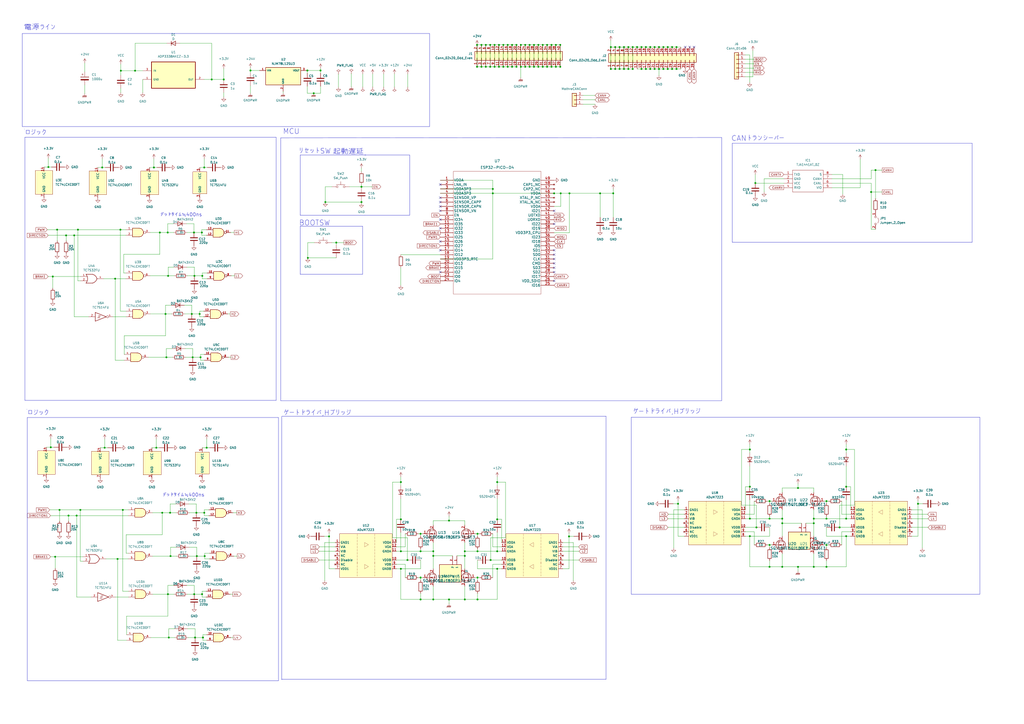
<source format=kicad_sch>
(kicad_sch (version 20230121) (generator eeschema)
  (paper "A2")
  (junction (at 190.881 311.15))
  (junction (at 364.49 40.005))
  (junction (at 98.933 322.58))
  (junction (at 122.809 46.101))
  (junction (at 269.621 322.453))
  (junction (at 307.213 38.735))
  (junction (at 364.49 27.305))
  (junction (at 116.332 207.264))
  (junction (at 291.973 26.035))
  (junction (at 111.76 207.264))
  (junction (at 276.987 335.026))
  (junction (at 243.967 347.726))
  (junction (at 28.067 96.901))
  (junction (at 276.987 347.726))
  (junction (at 446.405 290.703))
  (junction (at 288.417 279.654))
  (junction (at 111.252 182.118))
  (junction (at 356.87 27.305))
  (junction (at 117.221 344.678))
  (junction (at 453.771 300.863))
  (junction (at 434.975 260.731))
  (junction (at 379.73 40.005))
  (junction (at 92.71 134.874))
  (junction (at 281.813 38.735))
  (junction (at 46.609 295.783))
  (junction (at 32.004 322.961))
  (junction (at 387.35 40.005))
  (junction (at 361.95 40.005))
  (junction (at 505.333 111.379))
  (junction (at 472.059 328.803))
  (junction (at 348.107 112.141))
  (junction (at 195.072 140.716))
  (junction (at 285.877 112.141))
  (junction (at 322.453 38.735))
  (junction (at 276.987 309.626))
  (junction (at 479.425 290.703))
  (junction (at 393.319 292.227))
  (junction (at 490.855 260.731))
  (junction (at 446.405 328.803))
  (junction (at 34.544 295.783))
  (junction (at 29.464 259.461))
  (junction (at 438.785 305.943))
  (junction (at 117.348 160.02))
  (junction (at 232.537 279.654))
  (junction (at 374.65 27.305))
  (junction (at 71.247 295.783))
  (junction (at 178.308 40.894))
  (junction (at 297.053 38.735))
  (junction (at 507.873 98.679))
  (junction (at 302.133 38.735))
  (junction (at 479.425 328.803))
  (junction (at 276.733 26.035))
  (junction (at 532.511 292.227))
  (junction (at 45.212 133.223))
  (junction (at 434.975 282.321))
  (junction (at 260.477 302.006))
  (junction (at 90.678 259.715))
  (junction (at 232.537 301.244))
  (junction (at 279.273 26.035))
  (junction (at 462.915 283.083))
  (junction (at 490.855 311.023))
  (junction (at 70.104 41.021))
  (junction (at 446.405 316.103))
  (junction (at 269.621 347.726))
  (junction (at 43.053 136.525))
  (junction (at 392.43 40.005))
  (junction (at 112.522 134.874))
  (junction (at 284.353 38.735))
  (junction (at 304.673 38.735))
  (junction (at 281.813 26.035))
  (junction (at 112.776 160.02))
  (junction (at 479.425 316.103))
  (junction (at 69.85 133.223))
  (junction (at 438.15 106.172))
  (junction (at 98.679 297.434))
  (junction (at 286.893 26.035))
  (junction (at 472.059 303.53))
  (junction (at 384.81 40.005))
  (junction (at 382.27 27.305))
  (junction (at 178.562 149.606))
  (junction (at 355.727 112.141))
  (junction (at 314.833 26.035))
  (junction (at 78.359 41.021))
  (junction (at 97.409 344.678))
  (junction (at 389.89 27.305))
  (junction (at 359.41 27.305))
  (junction (at 276.733 38.735))
  (junction (at 260.477 347.726))
  (junction (at 453.771 303.53))
  (junction (at 490.855 282.321))
  (junction (at 232.537 319.786))
  (junction (at 44.45 299.085))
  (junction (at 392.43 27.305))
  (junction (at 317.373 38.735))
  (junction (at 181.991 54.102))
  (junction (at 251.333 322.453))
  (junction (at 367.03 40.005))
  (junction (at 97.917 369.824))
  (junction (at 112.649 344.678))
  (junction (at 96.012 182.118))
  (junction (at 59.309 97.155))
  (junction (at 294.513 38.735))
  (junction (at 307.213 26.035))
  (junction (at 291.973 38.735))
  (junction (at 479.425 300.863))
  (junction (at 309.753 26.035))
  (junction (at 299.593 38.735))
  (junction (at 312.293 26.035))
  (junction (at 94.107 297.434))
  (junction (at 209.677 117.221))
  (junction (at 97.536 160.02))
  (junction (at 68.199 324.231))
  (junction (at 490.855 300.863))
  (junction (at 325.247 112.141))
  (junction (at 97.282 134.874))
  (junction (at 114.173 322.58))
  (junction (at 462.915 328.803))
  (junction (at 96.52 207.264))
  (junction (at 294.513 26.035))
  (junction (at 453.771 328.803))
  (junction (at 232.537 329.946))
  (junction (at 384.81 27.305))
  (junction (at 317.373 26.035))
  (junction (at 309.753 38.735))
  (junction (at 359.41 40.005))
  (junction (at 118.491 297.434))
  (junction (at 129.794 46.101))
  (junction (at 117.094 134.874))
  (junction (at 487.045 305.943))
  (junction (at 319.913 26.035))
  (junction (at 251.333 347.726))
  (junction (at 288.417 329.946))
  (junction (at 361.95 27.305))
  (junction (at 367.03 27.305))
  (junction (at 251.333 319.786))
  (junction (at 377.19 40.005))
  (junction (at 288.417 301.244))
  (junction (at 372.11 40.005))
  (junction (at 118.491 97.155))
  (junction (at 118.745 322.58))
  (junction (at 286.893 38.735))
  (junction (at 279.273 38.735))
  (junction (at 472.059 300.863))
  (junction (at 243.967 309.626))
  (junction (at 117.729 369.824))
  (junction (at 322.453 26.035))
  (junction (at 387.35 27.305))
  (junction (at 374.65 40.005))
  (junction (at 330.327 112.141))
  (junction (at 302.133 26.035))
  (junction (at 188.722 117.221))
  (junction (at 297.053 26.035))
  (junction (at 434.975 311.023))
  (junction (at 113.157 369.824))
  (junction (at 389.89 40.005))
  (junction (at 209.677 108.331))
  (junction (at 304.673 26.035))
  (junction (at 115.824 182.118))
  (junction (at 30.607 160.401))
  (junction (at 289.433 26.035))
  (junction (at 289.433 38.735))
  (junction (at 39.751 299.085))
  (junction (at 319.913 38.735))
  (junction (at 434.975 300.863))
  (junction (at 446.405 300.863))
  (junction (at 356.87 40.005))
  (junction (at 145.288 40.894))
  (junction (at 288.417 319.786))
  (junction (at 324.993 38.735))
  (junction (at 284.607 324.866))
  (junction (at 269.621 319.786))
  (junction (at 354.33 40.005))
  (junction (at 377.19 27.305))
  (junction (at 33.147 133.223))
  (junction (at 312.293 38.735))
  (junction (at 119.888 259.715))
  (junction (at 354.33 27.305))
  (junction (at 379.73 27.305))
  (junction (at 38.354 136.525))
  (junction (at 185.928 40.894))
  (junction (at 236.347 324.866))
  (junction (at 299.593 26.035))
  (junction (at 284.353 26.035))
  (junction (at 324.993 26.035))
  (junction (at 243.967 335.026))
  (junction (at 369.57 27.305))
  (junction (at 285.877 109.601))
  (junction (at 113.919 297.434))
  (junction (at 314.833 38.735))
  (junction (at 372.11 27.305))
  (junction (at 89.281 97.155))
  (junction (at 60.706 259.715))
  (junction (at 330.073 311.15))
  (junction (at 276.987 319.786))
  (junction (at 243.967 319.786))
  (junction (at 321.437 112.141))
  (junction (at 382.27 40.005))
  (junction (at 66.802 161.671))
  (no_connect (at 321.437 152.781))
  (no_connect (at 255.397 127.381))
  (no_connect (at 255.397 140.081))
  (no_connect (at 400.05 27.305))
  (no_connect (at 255.397 114.681))
  (no_connect (at 321.437 145.161))
  (no_connect (at 321.437 155.321))
  (no_connect (at 255.397 117.221))
  (no_connect (at 255.397 107.061))
  (no_connect (at 321.437 147.701))
  (no_connect (at 255.397 122.301))
  (no_connect (at 321.437 129.921))
  (no_connect (at 321.437 150.241))
  (no_connect (at 402.59 27.305))
  (no_connect (at 255.397 157.861))
  (no_connect (at 321.437 157.861))
  (no_connect (at 397.51 27.305))
  (no_connect (at 255.397 119.761))
  (no_connect (at 255.397 145.161))
  (no_connect (at 255.397 132.461))
  (no_connect (at 321.437 162.941))
  (no_connect (at 321.437 122.301))
  (wire (pts (xy 505.333 98.679) (xy 505.333 103.759)))
  (wire (pts (xy 488.823 101.219) (xy 488.823 112.649)))
  (wire (pts (xy 251.333 322.453) (xy 251.333 329.946)))
  (wire (pts (xy 446.405 311.023) (xy 434.975 311.023)))
  (wire (pts (xy 325.247 119.761) (xy 325.247 112.141)))
  (wire (pts (xy 307.213 26.035) (xy 309.753 26.035)))
  (wire (pts (xy 29.337 299.085) (xy 39.751 299.085)))
  (wire (pts (xy 59.309 92.075) (xy 59.309 97.155)))
  (polyline (pts (xy 162.814 80.01) (xy 162.814 232.41)))
  (wire (pts (xy 289.433 38.735) (xy 291.973 38.735)))
  (wire (pts (xy 361.95 27.305) (xy 361.95 40.005)))
  (wire (pts (xy 434.848 31.877) (xy 434.848 47.752)))
  (wire (pts (xy 38.354 136.525) (xy 38.354 139.7)))
  (wire (pts (xy 112.522 129.794) (xy 112.522 134.874)))
  (polyline (pts (xy 211.582 124.841) (xy 237.617 124.841)))
  (wire (pts (xy 60.071 161.671) (xy 66.802 161.671)))
  (wire (pts (xy 134.239 160.02) (xy 136.144 160.02)))
  (wire (pts (xy 330.073 311.15) (xy 330.073 329.946)))
  (wire (pts (xy 185.039 324.866) (xy 194.437 324.866)))
  (wire (pts (xy 438.15 106.172) (xy 438.15 106.299)))
  (wire (pts (xy 356.87 27.305) (xy 356.87 40.005)))
  (wire (pts (xy 382.27 43.815) (xy 382.27 40.005)))
  (polyline (pts (xy 160.147 232.283) (xy 160.147 79.629)))
  (wire (pts (xy 98.933 322.58) (xy 102.489 322.58)))
  (wire (pts (xy 432.435 282.321) (xy 434.975 282.321)))
  (wire (pts (xy 96.774 25.146) (xy 78.359 25.146)))
  (wire (pts (xy 432.308 44.577) (xy 436.753 44.577)))
  (wire (pts (xy 98.679 297.434) (xy 102.235 297.434)))
  (wire (pts (xy 235.077 327.406) (xy 235.077 335.026)))
  (wire (pts (xy 243.967 335.026) (xy 243.967 336.55)))
  (polyline (pts (xy 15.875 394.843) (xy 161.544 394.843)))
  (wire (pts (xy 71.755 158.369) (xy 73.025 158.369)))
  (wire (pts (xy 52.832 346.329) (xy 44.45 346.329)))
  (wire (pts (xy 482.6 101.219) (xy 488.823 101.219)))
  (wire (pts (xy 43.053 136.525) (xy 73.025 136.525)))
  (wire (pts (xy 321.437 112.141) (xy 325.247 112.141)))
  (wire (pts (xy 66.802 161.671) (xy 73.025 161.671)))
  (wire (pts (xy 29.464 254.381) (xy 29.464 259.461)))
  (wire (pts (xy 302.133 26.035) (xy 304.673 26.035)))
  (wire (pts (xy 446.405 325.247) (xy 446.405 328.803)))
  (wire (pts (xy 100.838 154.94) (xy 97.536 154.94)))
  (wire (pts (xy 319.913 26.035) (xy 322.453 26.035)))
  (wire (pts (xy 71.755 147.574) (xy 71.755 158.369)))
  (wire (pts (xy 493.395 295.783) (xy 493.395 282.321)))
  (polyline (pts (xy 12.954 73.406) (xy 249.174 73.406)))
  (wire (pts (xy 251.333 340.106) (xy 251.333 347.726)))
  (wire (pts (xy 314.833 26.035) (xy 317.373 26.035)))
  (wire (pts (xy 222.504 50.546) (xy 222.504 42.926)))
  (wire (pts (xy 260.477 302.006) (xy 269.621 302.006)))
  (wire (pts (xy 108.331 339.598) (xy 112.649 339.598)))
  (wire (pts (xy 104.394 25.146) (xy 122.809 25.146)))
  (wire (pts (xy 69.85 133.223) (xy 73.025 133.223)))
  (wire (pts (xy 488.315 308.483) (xy 488.315 316.103)))
  (wire (pts (xy 390.525 292.227) (xy 393.319 292.227)))
  (wire (pts (xy 286.893 26.035) (xy 289.433 26.035)))
  (wire (pts (xy 122.809 25.146) (xy 122.809 46.101)))
  (wire (pts (xy 335.915 319.786) (xy 326.517 319.786)))
  (wire (pts (xy 393.319 292.227) (xy 393.319 311.023)))
  (wire (pts (xy 430.149 260.731) (xy 434.975 260.731)))
  (wire (pts (xy 102.235 317.5) (xy 98.933 317.5)))
  (wire (pts (xy 319.913 38.735) (xy 322.453 38.735)))
  (wire (pts (xy 472.059 328.803) (xy 479.425 328.803)))
  (wire (pts (xy 335.915 324.866) (xy 326.517 324.866)))
  (wire (pts (xy 33.147 133.223) (xy 33.147 139.7)))
  (wire (pts (xy 96.012 177.038) (xy 96.012 182.118)))
  (wire (pts (xy 288.417 347.726) (xy 288.417 329.946)))
  (polyline (pts (xy 424.815 83.058) (xy 424.815 140.589)))
  (wire (pts (xy 185.928 54.102) (xy 181.991 54.102)))
  (wire (pts (xy 227.711 311.912) (xy 227.711 279.654)))
  (wire (pts (xy 369.57 27.305) (xy 372.11 27.305)))
  (wire (pts (xy 285.877 327.406) (xy 285.877 335.026)))
  (wire (pts (xy 493.395 305.943) (xy 487.045 305.943)))
  (wire (pts (xy 432.308 42.037) (xy 437.388 42.037)))
  (wire (pts (xy 437.515 298.323) (xy 432.435 298.323)))
  (wire (pts (xy 312.293 38.735) (xy 314.833 38.735)))
  (wire (pts (xy 482.6 103.759) (xy 505.333 103.759)))
  (wire (pts (xy 32.004 322.961) (xy 48.133 322.961)))
  (wire (pts (xy 117.729 368.173) (xy 117.729 369.824)))
  (wire (pts (xy 432.308 39.497) (xy 437.388 39.497)))
  (wire (pts (xy 243.967 319.786) (xy 251.333 319.786)))
  (wire (pts (xy 446.405 300.863) (xy 453.771 300.863)))
  (wire (pts (xy 70.104 53.721) (xy 70.104 51.181)))
  (wire (pts (xy 68.199 324.231) (xy 74.422 324.231)))
  (wire (pts (xy 135.636 322.58) (xy 137.541 322.58)))
  (wire (pts (xy 69.85 133.223) (xy 69.85 180.467)))
  (polyline (pts (xy 174.117 131.191) (xy 210.312 131.191)))
  (wire (pts (xy 28.067 96.901) (xy 29.845 96.901)))
  (wire (pts (xy 278.257 309.626) (xy 276.987 309.626)))
  (wire (pts (xy 479.425 311.023) (xy 490.855 311.023)))
  (wire (pts (xy 73.152 310.134) (xy 73.152 320.929)))
  (wire (pts (xy 288.417 276.606) (xy 288.417 279.654)))
  (wire (pts (xy 116.332 208.915) (xy 116.332 207.264)))
  (wire (pts (xy 70.104 37.211) (xy 70.104 41.021)))
  (wire (pts (xy 117.094 136.525) (xy 117.094 134.874)))
  (wire (pts (xy 359.41 27.305) (xy 361.95 27.305)))
  (wire (pts (xy 108.458 134.874) (xy 112.522 134.874)))
  (wire (pts (xy 116.332 208.915) (xy 118.491 208.915)))
  (wire (pts (xy 117.221 343.027) (xy 119.507 343.027)))
  (wire (pts (xy 354.33 27.305) (xy 356.87 27.305)))
  (wire (pts (xy 364.49 27.305) (xy 367.03 27.305)))
  (wire (pts (xy 89.281 97.155) (xy 86.741 97.155)))
  (wire (pts (xy 319.913 26.035) (xy 319.913 38.735)))
  (wire (pts (xy 384.81 27.305) (xy 387.35 27.305)))
  (wire (pts (xy 294.513 38.735) (xy 297.053 38.735)))
  (wire (pts (xy 478.155 316.103) (xy 479.425 316.103)))
  (wire (pts (xy 288.417 308.864) (xy 288.417 319.786)))
  (wire (pts (xy 133.985 369.824) (xy 135.382 369.824)))
  (wire (pts (xy 71.247 295.783) (xy 74.422 295.783)))
  (wire (pts (xy 437.515 290.703) (xy 437.515 298.323)))
  (polyline (pts (xy 161.544 242.189) (xy 15.875 242.189)))
  (wire (pts (xy 269.621 319.786) (xy 276.987 319.786)))
  (wire (pts (xy 108.712 160.02) (xy 112.776 160.02)))
  (wire (pts (xy 299.593 38.735) (xy 299.593 26.035)))
  (wire (pts (xy 70.104 41.021) (xy 78.359 41.021)))
  (wire (pts (xy 286.893 38.735) (xy 289.433 38.735)))
  (wire (pts (xy 195.072 140.716) (xy 199.517 140.716)))
  (wire (pts (xy 118.745 324.231) (xy 118.745 322.58)))
  (wire (pts (xy 194.437 314.706) (xy 188.341 314.706)))
  (wire (pts (xy 535.305 292.227) (xy 532.511 292.227)))
  (wire (pts (xy 374.65 40.005) (xy 377.19 40.005)))
  (wire (pts (xy 284.353 38.735) (xy 286.893 38.735)))
  (wire (pts (xy 117.348 161.671) (xy 120.142 161.671)))
  (wire (pts (xy 281.813 38.735) (xy 284.353 38.735)))
  (wire (pts (xy 322.453 26.035) (xy 322.453 38.735)))
  (wire (pts (xy 369.57 40.005) (xy 372.11 40.005)))
  (polyline (pts (xy 163.449 241.681) (xy 163.449 394.335)))
  (wire (pts (xy 129.794 53.721) (xy 129.794 56.261)))
  (wire (pts (xy 289.433 26.035) (xy 289.433 38.735)))
  (wire (pts (xy 90.678 259.715) (xy 92.456 259.715)))
  (wire (pts (xy 364.49 40.005) (xy 367.03 40.005)))
  (wire (pts (xy 438.785 292.989) (xy 430.149 292.989)))
  (wire (pts (xy 133.858 134.874) (xy 135.89 134.874)))
  (wire (pts (xy 276.987 309.626) (xy 276.987 310.896)))
  (wire (pts (xy 29.464 259.461) (xy 31.242 259.461)))
  (wire (pts (xy 243.967 329.946) (xy 232.537 329.946)))
  (wire (pts (xy 68.199 371.475) (xy 73.406 371.475)))
  (wire (pts (xy 113.157 364.744) (xy 113.157 369.824)))
  (wire (pts (xy 490.855 300.863) (xy 479.425 300.863)))
  (wire (pts (xy 185.928 40.894) (xy 185.928 39.624)))
  (wire (pts (xy 372.11 27.305) (xy 374.65 27.305)))
  (wire (pts (xy 288.417 289.306) (xy 288.417 301.244)))
  (wire (pts (xy 135.255 297.434) (xy 137.287 297.434)))
  (wire (pts (xy 117.094 136.525) (xy 119.761 136.525)))
  (wire (pts (xy 532.511 311.023) (xy 528.955 311.023)))
  (polyline (pts (xy 174.117 89.916) (xy 174.117 124.841)))
  (wire (pts (xy 434.975 270.383) (xy 434.975 282.321)))
  (wire (pts (xy 118.491 299.085) (xy 121.158 299.085)))
  (wire (pts (xy 479.425 305.943) (xy 479.425 311.023)))
  (wire (pts (xy 307.213 38.735) (xy 307.213 26.035)))
  (wire (pts (xy 190.881 309.372) (xy 190.881 311.15)))
  (wire (pts (xy 284.353 26.035) (xy 284.353 38.735)))
  (wire (pts (xy 284.607 324.866) (xy 284.607 311.912)))
  (wire (pts (xy 377.19 40.005) (xy 379.73 40.005)))
  (wire (pts (xy 190.881 311.15) (xy 190.881 329.946)))
  (wire (pts (xy 115.824 180.467) (xy 118.11 180.467)))
  (wire (pts (xy 243.967 335.026) (xy 245.237 335.026)))
  (wire (pts (xy 265.049 322.453) (xy 269.621 322.453)))
  (wire (pts (xy 188.341 314.706) (xy 188.341 336.804)))
  (wire (pts (xy 396.875 295.783) (xy 390.779 295.783)))
  (wire (pts (xy 96.52 202.184) (xy 96.52 207.264)))
  (polyline (pts (xy 14.224 74.803) (xy 14.224 74.93)))
  (wire (pts (xy 73.406 357.378) (xy 97.409 357.378)))
  (wire (pts (xy 232.537 329.946) (xy 229.997 329.946)))
  (wire (pts (xy 90.678 259.715) (xy 88.138 259.715)))
  (wire (pts (xy 96.52 207.264) (xy 100.076 207.264)))
  (wire (pts (xy 107.442 202.184) (xy 111.76 202.184)))
  (wire (pts (xy 364.49 27.305) (xy 364.49 40.005)))
  (wire (pts (xy 538.353 305.943) (xy 528.955 305.943)))
  (wire (pts (xy 188.722 108.331) (xy 188.722 117.221)))
  (wire (pts (xy 190.881 329.946) (xy 194.437 329.946)))
  (wire (pts (xy 472.059 300.863) (xy 479.425 300.863)))
  (wire (pts (xy 196.342 42.926) (xy 196.342 50.546)))
  (wire (pts (xy 30.607 160.401) (xy 46.736 160.401)))
  (wire (pts (xy 438.785 305.943) (xy 438.785 292.989)))
  (wire (pts (xy 97.282 129.794) (xy 97.282 134.874)))
  (wire (pts (xy 528.955 295.783) (xy 535.051 295.783)))
  (wire (pts (xy 285.877 309.626) (xy 285.877 317.246)))
  (wire (pts (xy 87.122 134.874) (xy 92.71 134.874)))
  (wire (pts (xy 314.833 38.735) (xy 317.373 38.735)))
  (wire (pts (xy 28.829 295.783) (xy 34.544 295.783)))
  (wire (pts (xy 59.309 97.155) (xy 61.087 97.155)))
  (wire (pts (xy 487.045 305.943) (xy 487.045 292.989)))
  (wire (pts (xy 317.373 26.035) (xy 319.913 26.035)))
  (wire (pts (xy 372.11 40.005) (xy 374.65 40.005)))
  (wire (pts (xy 232.537 147.701) (xy 255.397 147.701)))
  (wire (pts (xy 453.771 321.183) (xy 453.771 328.803)))
  (wire (pts (xy 330.327 112.141) (xy 348.107 112.141)))
  (wire (pts (xy 434.975 311.023) (xy 432.435 311.023)))
  (wire (pts (xy 354.33 23.495) (xy 354.33 27.305)))
  (wire (pts (xy 87.503 369.824) (xy 97.917 369.824)))
  (wire (pts (xy 453.771 303.53) (xy 453.771 311.023)))
  (wire (pts (xy 117.348 158.369) (xy 117.348 160.02)))
  (wire (pts (xy 446.405 290.703) (xy 447.675 290.703)))
  (wire (pts (xy 285.877 109.601) (xy 285.877 112.141)))
  (wire (pts (xy 495.681 260.731) (xy 490.855 260.731)))
  (wire (pts (xy 68.199 324.231) (xy 68.199 371.475)))
  (wire (pts (xy 117.221 346.329) (xy 119.507 346.329)))
  (wire (pts (xy 251.333 347.726) (xy 243.967 347.726)))
  (wire (pts (xy 479.425 328.803) (xy 490.855 328.803)))
  (wire (pts (xy 192.532 108.331) (xy 188.722 108.331)))
  (polyline (pts (xy 174.117 131.191) (xy 174.117 159.131)))
  (wire (pts (xy 276.987 324.866) (xy 276.987 329.946)))
  (polyline (pts (xy 160.147 79.629) (xy 14.478 79.629)))
  (wire (pts (xy 255.397 163.068) (xy 255.397 162.941)))
  (wire (pts (xy 332.867 311.15) (xy 330.073 311.15)))
  (wire (pts (xy 379.73 40.005) (xy 382.27 40.005)))
  (wire (pts (xy 382.27 27.305) (xy 384.81 27.305)))
  (wire (pts (xy 39.751 299.085) (xy 44.45 299.085)))
  (wire (pts (xy 285.877 150.241) (xy 285.877 112.141)))
  (wire (pts (xy 297.053 26.035) (xy 299.593 26.035)))
  (wire (pts (xy 361.95 27.305) (xy 364.49 27.305)))
  (wire (pts (xy 288.417 319.786) (xy 276.987 319.786)))
  (wire (pts (xy 490.855 260.731) (xy 490.855 262.763)))
  (wire (pts (xy 472.059 303.53) (xy 472.059 311.023)))
  (wire (pts (xy 46.609 325.501) (xy 46.609 295.783)))
  (polyline (pts (xy 162.814 80.01) (xy 418.592 79.756)))
  (wire (pts (xy 472.059 328.803) (xy 472.059 321.183)))
  (wire (pts (xy 309.753 26.035) (xy 309.753 38.735)))
  (wire (pts (xy 434.975 289.941) (xy 434.975 300.863)))
  (wire (pts (xy 114.173 317.5) (xy 114.173 322.58)))
  (polyline (pts (xy 237.617 124.841) (xy 237.617 89.916)))
  (wire (pts (xy 107.188 182.118) (xy 111.252 182.118)))
  (wire (pts (xy 387.35 27.305) (xy 389.89 27.305)))
  (wire (pts (xy 432.435 305.943) (xy 438.785 305.943)))
  (wire (pts (xy 112.649 339.598) (xy 112.649 344.678)))
  (wire (pts (xy 243.967 309.626) (xy 245.237 309.626)))
  (wire (pts (xy 229.997 327.406) (xy 235.077 327.406)))
  (wire (pts (xy 108.585 344.678) (xy 112.649 344.678)))
  (wire (pts (xy 269.621 302.006) (xy 269.621 304.546)))
  (wire (pts (xy 44.45 346.329) (xy 44.45 299.085)))
  (wire (pts (xy 462.915 328.803) (xy 472.059 328.803)))
  (wire (pts (xy 178.308 40.894) (xy 178.308 42.418)))
  (polyline (pts (xy 174.117 124.841) (xy 211.582 124.841)))
  (wire (pts (xy 467.487 303.53) (xy 472.059 303.53)))
  (wire (pts (xy 446.405 290.703) (xy 446.405 291.973)))
  (wire (pts (xy 229.997 314.706) (xy 229.997 301.244)))
  (wire (pts (xy 129.794 39.751) (xy 129.794 46.101)))
  (wire (pts (xy 432.435 295.783) (xy 432.435 282.321)))
  (wire (pts (xy 255.397 112.141) (xy 285.877 112.141)))
  (wire (pts (xy 288.417 279.654) (xy 288.417 281.686)))
  (wire (pts (xy 29.464 259.461) (xy 26.924 259.461)))
  (wire (pts (xy 145.288 40.894) (xy 150.495 40.894)))
  (wire (pts (xy 281.813 26.035) (xy 281.813 38.735)))
  (polyline (pts (xy 163.449 394.081) (xy 351.536 394.081)))
  (wire (pts (xy 117.729 371.475) (xy 117.729 369.824)))
  (wire (pts (xy 538.353 300.863) (xy 528.955 300.863)))
  (wire (pts (xy 290.957 327.406) (xy 285.877 327.406)))
  (wire (pts (xy 74.549 343.027) (xy 71.247 343.027)))
  (wire (pts (xy 293.243 279.654) (xy 288.417 279.654)))
  (wire (pts (xy 321.437 119.761) (xy 325.247 119.761)))
  (wire (pts (xy 145.288 49.784) (xy 145.288 54.102)))
  (wire (pts (xy 100.584 129.794) (xy 97.282 129.794)))
  (wire (pts (xy 446.405 316.103) (xy 446.405 317.627)))
  (polyline (pts (xy 14.478 79.756) (xy 14.478 232.283)))
  (wire (pts (xy 109.601 292.354) (xy 113.919 292.354)))
  (wire (pts (xy 66.929 346.329) (xy 74.549 346.329)))
  (wire (pts (xy 99.314 177.038) (xy 96.012 177.038)))
  (wire (pts (xy 66.802 208.915) (xy 72.009 208.915)))
  (wire (pts (xy 96.012 182.118) (xy 96.012 194.818)))
  (wire (pts (xy 88.519 297.434) (xy 94.107 297.434)))
  (wire (pts (xy 478.155 290.703) (xy 479.425 290.703)))
  (wire (pts (xy 269.621 319.786) (xy 269.621 322.453)))
  (wire (pts (xy 322.453 38.735) (xy 324.993 38.735)))
  (wire (pts (xy 195.072 140.716) (xy 195.072 141.986)))
  (wire (pts (xy 330.073 329.946) (xy 326.517 329.946)))
  (wire (pts (xy 27.432 133.223) (xy 33.147 133.223)))
  (polyline (pts (xy 161.544 394.843) (xy 161.544 242.189)))
  (wire (pts (xy 65.532 183.769) (xy 73.152 183.769)))
  (wire (pts (xy 185.928 40.894) (xy 185.928 42.418)))
  (wire (pts (xy 251.333 347.726) (xy 260.477 347.726)))
  (wire (pts (xy 82.804 46.101) (xy 82.804 53.721)))
  (wire (pts (xy 118.491 97.155) (xy 120.269 97.155)))
  (wire (pts (xy 309.753 26.035) (xy 312.293 26.035)))
  (wire (pts (xy 73.152 180.467) (xy 69.85 180.467)))
  (wire (pts (xy 112.776 160.02) (xy 117.348 160.02)))
  (wire (pts (xy 232.537 319.786) (xy 243.967 319.786)))
  (wire (pts (xy 109.855 317.5) (xy 114.173 317.5)))
  (wire (pts (xy 97.917 364.744) (xy 97.917 369.824)))
  (wire (pts (xy 505.333 111.379) (xy 511.683 111.379)))
  (wire (pts (xy 118.745 320.929) (xy 121.539 320.929)))
  (wire (pts (xy 291.973 26.035) (xy 291.973 38.735)))
  (wire (pts (xy 118.491 92.075) (xy 118.491 97.155)))
  (wire (pts (xy 432.308 31.877) (xy 434.848 31.877)))
  (wire (pts (xy 97.282 134.874) (xy 100.838 134.874)))
  (wire (pts (xy 97.536 160.02) (xy 101.092 160.02)))
  (wire (pts (xy 89.281 97.155) (xy 91.059 97.155)))
  (wire (pts (xy 505.333 132.969) (xy 507.873 132.969)))
  (wire (pts (xy 232.537 155.321) (xy 232.537 165.481)))
  (wire (pts (xy 507.873 98.679) (xy 507.873 115.189)))
  (wire (pts (xy 326.517 314.706) (xy 332.613 314.706)))
  (wire (pts (xy 227.711 279.654) (xy 232.537 279.654)))
  (wire (pts (xy 117.729 371.475) (xy 119.888 371.475)))
  (polyline (pts (xy 12.954 19.431) (xy 12.954 73.406)))
  (wire (pts (xy 445.135 290.703) (xy 446.405 290.703)))
  (wire (pts (xy 335.661 317.246) (xy 326.517 317.246)))
  (wire (pts (xy 87.122 160.02) (xy 97.536 160.02)))
  (wire (pts (xy 367.03 27.305) (xy 367.03 40.005)))
  (polyline (pts (xy 12.954 19.431) (xy 249.174 19.431)))
  (wire (pts (xy 117.094 134.874) (xy 117.094 133.223)))
  (wire (pts (xy 453.771 295.783) (xy 453.771 300.863)))
  (wire (pts (xy 289.433 26.035) (xy 291.973 26.035)))
  (wire (pts (xy 393.319 311.023) (xy 396.875 311.023)))
  (wire (pts (xy 462.915 328.803) (xy 462.915 331.343)))
  (wire (pts (xy 505.333 106.299) (xy 505.333 111.379)))
  (wire (pts (xy 356.87 27.305) (xy 359.41 27.305)))
  (wire (pts (xy 118.491 299.085) (xy 118.491 297.434)))
  (wire (pts (xy 113.919 297.434) (xy 118.491 297.434)))
  (wire (pts (xy 97.409 339.598) (xy 97.409 344.678)))
  (wire (pts (xy 100.711 339.598) (xy 97.409 339.598)))
  (wire (pts (xy 434.975 257.683) (xy 434.975 260.731)))
  (wire (pts (xy 178.308 40.894) (xy 185.928 40.894)))
  (wire (pts (xy 34.544 295.783) (xy 34.544 302.26)))
  (polyline (pts (xy 424.815 83.058) (xy 563.88 83.058)))
  (wire (pts (xy 59.309 97.155) (xy 56.769 97.155)))
  (polyline (pts (xy 163.449 241.427) (xy 351.536 241.427)))
  (wire (pts (xy 304.673 26.035) (xy 307.213 26.035)))
  (wire (pts (xy 87.249 182.118) (xy 96.012 182.118)))
  (wire (pts (xy 111.252 177.038) (xy 111.252 182.118)))
  (wire (pts (xy 390.779 295.783) (xy 390.779 317.881)))
  (wire (pts (xy 317.373 26.035) (xy 317.373 38.735)))
  (wire (pts (xy 286.893 26.035) (xy 286.893 38.735)))
  (wire (pts (xy 291.973 26.035) (xy 294.513 26.035)))
  (wire (pts (xy 243.967 324.866) (xy 243.967 329.946)))
  (wire (pts (xy 60.706 259.715) (xy 62.484 259.715)))
  (wire (pts (xy 490.855 270.383) (xy 490.855 282.321)))
  (wire (pts (xy 290.957 314.706) (xy 290.957 301.244)))
  (wire (pts (xy 39.751 299.085) (xy 39.751 302.26)))
  (wire (pts (xy 145.288 39.37) (xy 145.288 40.894)))
  (wire (pts (xy 98.933 317.5) (xy 98.933 322.58)))
  (wire (pts (xy 88.519 322.58) (xy 98.933 322.58)))
  (wire (pts (xy 48.133 325.501) (xy 46.609 325.501)))
  (wire (pts (xy 97.536 154.94) (xy 97.536 160.02)))
  (wire (pts (xy 132.588 207.264) (xy 133.985 207.264)))
  (wire (pts (xy 498.983 92.329) (xy 498.983 108.839)))
  (wire (pts (xy 86.106 207.264) (xy 96.52 207.264)))
  (wire (pts (xy 511.683 98.679) (xy 507.873 98.679)))
  (wire (pts (xy 361.95 40.005) (xy 364.49 40.005)))
  (wire (pts (xy 269.621 347.726) (xy 269.621 340.106)))
  (wire (pts (xy 285.877 104.521) (xy 285.877 109.601)))
  (wire (pts (xy 251.333 322.453) (xy 262.509 322.453)))
  (wire (pts (xy 251.333 314.706) (xy 251.333 319.786)))
  (wire (pts (xy 255.397 109.601) (xy 285.877 109.601)))
  (wire (pts (xy 116.332 205.613) (xy 116.332 207.264)))
  (wire (pts (xy 488.315 298.323) (xy 493.395 298.323)))
  (wire (pts (xy 355.727 112.141) (xy 355.727 126.111)))
  (wire (pts (xy 30.607 160.401) (xy 30.607 167.132)))
  (wire (pts (xy 32.004 322.961) (xy 32.004 329.692)))
  (wire (pts (xy 46.609 295.783) (xy 71.247 295.783)))
  (wire (pts (xy 132.207 182.118) (xy 133.604 182.118)))
  (wire (pts (xy 278.257 335.026) (xy 276.987 335.026)))
  (wire (pts (xy 260.477 299.466) (xy 260.477 302.006)))
  (wire (pts (xy 97.409 344.678) (xy 97.409 357.378)))
  (polyline (pts (xy 174.117 89.916) (xy 212.217 89.916)))
  (wire (pts (xy 108.204 129.794) (xy 112.522 129.794)))
  (wire (pts (xy 114.173 322.58) (xy 118.745 322.58)))
  (wire (pts (xy 487.045 292.989) (xy 495.681 292.989)))
  (wire (pts (xy 538.099 298.323) (xy 528.955 298.323)))
  (wire (pts (xy 209.677 108.331) (xy 216.027 108.331)))
  (wire (pts (xy 94.107 297.434) (xy 94.107 310.134)))
  (polyline (pts (xy 210.312 159.131) (xy 210.312 131.191)))
  (wire (pts (xy 182.372 140.716) (xy 178.562 140.716)))
  (wire (pts (xy 275.717 335.026) (xy 276.987 335.026)))
  (wire (pts (xy 338.201 60.452) (xy 345.186 60.452)))
  (wire (pts (xy 108.839 364.744) (xy 113.157 364.744)))
  (wire (pts (xy 34.544 295.783) (xy 46.609 295.783)))
  (wire (pts (xy 28.067 96.901) (xy 25.527 96.901)))
  (wire (pts (xy 279.273 26.035) (xy 281.813 26.035)))
  (wire (pts (xy 112.649 344.678) (xy 117.221 344.678)))
  (wire (pts (xy 228.8286 42.8752) (xy 228.8286 50.4952)))
  (wire (pts (xy 118.364 46.101) (xy 122.809 46.101)))
  (wire (pts (xy 482.6 106.299) (xy 505.333 106.299)))
  (wire (pts (xy 73.152 320.929) (xy 74.422 320.929)))
  (polyline (pts (xy 14.478 79.629) (xy 14.478 79.756)))
  (wire (pts (xy 101.981 292.354) (xy 98.679 292.354)))
  (wire (pts (xy 78.359 41.021) (xy 82.804 41.021)))
  (wire (pts (xy 46.609 295.656) (xy 46.609 295.783)))
  (wire (pts (xy 338.201 55.372) (xy 345.186 55.372)))
  (wire (pts (xy 133.604 344.678) (xy 135.001 344.678)))
  (wire (pts (xy 243.967 309.626) (xy 242.697 309.626)))
  (wire (pts (xy 387.35 40.005) (xy 389.89 40.005)))
  (wire (pts (xy 113.157 369.824) (xy 117.729 369.824)))
  (wire (pts (xy 236.347 324.866) (xy 236.347 311.912)))
  (wire (pts (xy 107.696 207.264) (xy 111.76 207.264)))
  (wire (pts (xy 92.71 134.874) (xy 92.71 147.574)))
  (wire (pts (xy 116.332 205.613) (xy 118.491 205.613)))
  (wire (pts (xy 260.477 347.726) (xy 269.621 347.726)))
  (wire (pts (xy 209.677 108.331) (xy 209.677 108.966)))
  (wire (pts (xy 209.677 99.441) (xy 209.677 97.536)))
  (wire (pts (xy 434.975 328.803) (xy 434.975 311.023)))
  (wire (pts (xy 188.722 117.221) (xy 209.677 117.221)))
  (wire (pts (xy 72.009 194.818) (xy 72.009 205.613)))
  (wire (pts (xy 437.515 308.483) (xy 437.515 316.103)))
  (wire (pts (xy 92.71 134.874) (xy 97.282 134.874)))
  (wire (pts (xy 27.94 136.525) (xy 38.354 136.525)))
  (wire (pts (xy 434.975 260.731) (xy 434.975 262.763)))
  (wire (pts (xy 432.435 300.863) (xy 434.975 300.863)))
  (wire (pts (xy 446.405 305.943) (xy 446.405 311.023)))
  (wire (pts (xy 279.273 38.735) (xy 281.813 38.735)))
  (wire (pts (xy 384.81 40.005) (xy 387.35 40.005)))
  (wire (pts (xy 122.809 46.101) (xy 129.794 46.101)))
  (polyline (pts (xy 418.592 232.41) (xy 418.592 79.756)))
  (wire (pts (xy 269.621 347.726) (xy 276.987 347.726)))
  (wire (pts (xy 111.252 182.118) (xy 115.824 182.118)))
  (wire (pts (xy 493.395 282.321) (xy 490.855 282.321)))
  (polyline (pts (xy 211.582 89.916) (xy 237.617 89.916)))
  (wire (pts (xy 236.4486 42.926) (xy 236.4486 50.4952)))
  (wire (pts (xy 393.319 290.449) (xy 393.319 292.227)))
  (wire (pts (xy 251.333 319.786) (xy 251.333 322.453)))
  (wire (pts (xy 276.987 344.17) (xy 276.987 347.726)))
  (wire (pts (xy 392.43 40.005) (xy 389.89 40.005)))
  (wire (pts (xy 118.491 295.783) (xy 121.158 295.783)))
  (wire (pts (xy 281.813 26.035) (xy 284.353 26.035)))
  (wire (pts (xy 453.771 328.803) (xy 446.405 328.803)))
  (wire (pts (xy 112.522 134.874) (xy 117.094 134.874)))
  (wire (pts (xy 495.681 292.989) (xy 495.681 260.731)))
  (wire (pts (xy 359.41 27.305) (xy 359.41 40.005)))
  (wire (pts (xy 275.717 309.626) (xy 276.987 309.626)))
  (wire (pts (xy 229.997 319.786) (xy 232.537 319.786)))
  (wire (pts (xy 392.43 27.305) (xy 394.97 27.305)))
  (wire (pts (xy 51.435 183.769) (xy 43.053 183.769)))
  (wire (pts (xy 97.409 344.678) (xy 100.965 344.678)))
  (wire (pts (xy 453.771 300.863) (xy 453.771 303.53)))
  (wire (pts (xy 118.745 320.929) (xy 118.745 322.58)))
  (wire (pts (xy 348.107 112.141) (xy 348.107 126.111)))
  (wire (pts (xy 432.308 36.957) (xy 437.388 36.957)))
  (polyline (pts (xy 15.875 242.189) (xy 15.875 242.316)))
  (wire (pts (xy 294.513 26.035) (xy 297.053 26.035)))
  (wire (pts (xy 312.293 26.035) (xy 312.293 38.735)))
  (wire (pts (xy 382.27 40.005) (xy 384.81 40.005)))
  (wire (pts (xy 235.077 309.626) (xy 235.077 317.246)))
  (wire (pts (xy 472.059 283.083) (xy 472.059 285.623)))
  (wire (pts (xy 462.915 280.543) (xy 462.915 283.083)))
  (wire (pts (xy 269.621 314.706) (xy 269.621 319.786)))
  (wire (pts (xy 532.511 292.227) (xy 532.511 311.023)))
  (wire (pts (xy 178.308 50.038) (xy 178.308 54.102)))
  (wire (pts (xy 377.19 27.305) (xy 379.73 27.305)))
  (wire (pts (xy 109.855 297.434) (xy 113.919 297.434)))
  (wire (pts (xy 43.053 183.769) (xy 43.053 136.525)))
  (wire (pts (xy 70.104 41.021) (xy 70.104 43.561)))
  (wire (pts (xy 535.051 295.783) (xy 535.051 317.881)))
  (wire (pts (xy 454.66 106.299) (xy 438.15 106.299)))
  (wire (pts (xy 117.348 158.369) (xy 120.142 158.369)))
  (wire (pts (xy 251.333 302.006) (xy 260.477 302.006)))
  (wire (pts (xy 66.802 161.671) (xy 66.802 208.915)))
  (wire (pts (xy 45.212 162.941) (xy 45.212 133.223)))
  (wire (pts (xy 255.397 104.521) (xy 285.877 104.521)))
  (wire (pts (xy 432.308 34.417) (xy 437.388 34.417)))
  (wire (pts (xy 71.247 295.783) (xy 71.247 343.027)))
  (wire (pts (xy 324.993 26.035) (xy 324.993 38.735)))
  (wire (pts (xy 453.771 303.53) (xy 464.947 303.53)))
  (wire (pts (xy 488.315 290.703) (xy 488.315 298.323)))
  (wire (pts (xy 325.247 112.141) (xy 330.327 112.141)))
  (wire (pts (xy 480.695 290.703) (xy 479.425 290.703)))
  (wire (pts (xy 108.458 154.94) (xy 112.776 154.94)))
  (wire (pts (xy 505.333 111.379) (xy 505.333 132.969)))
  (wire (pts (xy 507.873 98.679) (xy 505.333 98.679)))
  (wire (pts (xy 117.094 133.223) (xy 119.761 133.223)))
  (wire (pts (xy 462.915 283.083) (xy 472.059 283.083)))
  (wire (pts (xy 60.706 259.715) (xy 58.166 259.715)))
  (wire (pts (xy 479.425 300.863) (xy 479.425 299.593)))
  (wire (pts (xy 297.053 38.735) (xy 299.593 38.735)))
  (wire (pts (xy 99.822 202.184) (xy 96.52 202.184)))
  (wire (pts (xy 118.491 97.155) (xy 115.951 97.155)))
  (wire (pts (xy 293.243 311.912) (xy 293.243 279.654)))
  (wire (pts (xy 229.997 301.244) (xy 232.537 301.244)))
  (wire (pts (xy 276.733 26.035) (xy 279.273 26.035)))
  (wire (pts (xy 387.477 300.863) (xy 396.875 300.863)))
  (wire (pts (xy 117.221 346.329) (xy 117.221 344.678)))
  (wire (pts (xy 453.771 328.803) (xy 462.915 328.803)))
  (wire (pts (xy 119.888 259.715) (xy 121.666 259.715)))
  (wire (pts (xy 117.221 343.027) (xy 117.221 344.678)))
  (wire (pts (xy 482.6 108.839) (xy 498.983 108.839)))
  (wire (pts (xy 367.03 27.305) (xy 369.57 27.305)))
  (wire (pts (xy 332.613 314.706) (xy 332.613 336.804)))
  (wire (pts (xy 185.293 317.246) (xy 194.437 317.246)))
  (wire (pts (xy 445.135 316.103) (xy 446.405 316.103)))
  (wire (pts (xy 232.537 347.726) (xy 232.537 329.946)))
  (wire (pts (xy 251.333 304.546) (xy 251.333 302.006)))
  (wire (pts (xy 260.477 347.726) (xy 260.477 350.266)))
  (wire (pts (xy 38.354 136.525) (xy 43.053 136.525)))
  (wire (pts (xy 472.059 300.863) (xy 472.059 303.53)))
  (wire (pts (xy 229.997 324.866) (xy 236.347 324.866)))
  (wire (pts (xy 49.149 49.276) (xy 49.149 54.356)))
  (wire (pts (xy 243.967 310.896) (xy 243.967 309.626)))
  (wire (pts (xy 49.149 36.576) (xy 49.149 41.656)))
  (wire (pts (xy 284.607 311.912) (xy 293.243 311.912)))
  (polyline (pts (xy 162.814 232.41) (xy 418.592 232.41)))
  (wire (pts (xy 480.695 316.103) (xy 479.425 316.103)))
  (wire (pts (xy 117.348 161.671) (xy 117.348 160.02)))
  (wire (pts (xy 73.406 357.378) (xy 73.406 368.173)))
  (wire (pts (xy 355.727 112.141) (xy 348.107 112.141)))
  (wire (pts (xy 302.133 38.735) (xy 304.673 38.735)))
  (wire (pts (xy 111.76 202.184) (xy 111.76 207.264)))
  (wire (pts (xy 115.824 180.467) (xy 115.824 182.118)))
  (polyline (pts (xy 174.117 159.131) (xy 210.312 159.131)))
  (wire (pts (xy 111.76 207.264) (xy 116.332 207.264)))
  (wire (pts (xy 109.093 369.824) (xy 113.157 369.824)))
  (wire (pts (xy 145.288 40.894) (xy 145.288 42.164)))
  (wire (pts (xy 276.733 26.035) (xy 276.733 38.735)))
  (wire (pts (xy 209.677 117.221) (xy 209.677 117.856)))
  (wire (pts (xy 479.425 290.703) (xy 479.425 291.973)))
  (wire (pts (xy 236.347 311.912) (xy 227.711 311.912)))
  (wire (pts (xy 209.677 116.586) (xy 209.677 117.221)))
  (polyline (pts (xy 424.815 140.589) (xy 563.88 140.589)))
  (wire (pts (xy 354.33 40.005) (xy 356.87 40.005)))
  (wire (pts (xy 454.66 103.759) (xy 443.23 103.759)))
  (wire (pts (xy 493.395 300.863) (xy 490.855 300.863)))
  (wire (pts (xy 314.833 26.035) (xy 314.833 38.735)))
  (wire (pts (xy 45.212 133.096) (xy 45.212 133.223)))
  (wire (pts (xy 432.435 308.483) (xy 437.515 308.483)))
  (wire (pts (xy 97.917 369.824) (xy 101.473 369.824)))
  (wire (pts (xy 438.15 101.219) (xy 438.15 106.172)))
  (wire (pts (xy 490.855 328.803) (xy 490.855 311.023)))
  (wire (pts (xy 285.877 317.246) (xy 290.957 317.246)))
  (wire (pts (xy 276.987 329.946) (xy 288.417 329.946)))
  (wire (pts (xy 446.405 300.863) (xy 446.405 299.593)))
  (wire (pts (xy 338.201 57.912) (xy 345.186 57.912)))
  (wire (pts (xy 294.513 26.035) (xy 294.513 38.735)))
  (wire (pts (xy 92.71 147.574) (xy 71.755 147.574)))
  (wire (pts (xy 118.745 324.231) (xy 121.539 324.231)))
  (wire (pts (xy 185.039 319.786) (xy 194.437 319.786)))
  (wire (pts (xy 78.359 25.146) (xy 78.359 41.021)))
  (wire (pts (xy 216.1286 42.8752) (xy 216.1286 50.4952)))
  (wire (pts (xy 532.511 290.449) (xy 532.511 292.227)))
  (wire (pts (xy 185.928 50.038) (xy 185.928 54.102)))
  (wire (pts (xy 178.181 40.894) (xy 178.308 40.894)))
  (wire (pts (xy 304.673 26.035) (xy 304.673 38.735)))
  (wire (pts (xy 472.059 295.783) (xy 472.059 300.863)))
  (wire (pts (xy 302.133 38.735) (xy 302.133 26.035)))
  (wire (pts (xy 113.919 292.354) (xy 113.919 297.434)))
  (wire (pts (xy 94.107 310.134) (xy 73.152 310.134)))
  (wire (pts (xy 61.468 324.231) (xy 68.199 324.231)))
  (wire (pts (xy 354.33 27.305) (xy 354.33 40.005)))
  (wire (pts (xy 330.327 135.001) (xy 330.327 112.141)))
  (wire (pts (xy 453.771 285.623) (xy 453.771 283.083)))
  (wire (pts (xy 290.957 319.786) (xy 288.417 319.786)))
  (wire (pts (xy 490.855 289.941) (xy 490.855 300.863)))
  (wire (pts (xy 60.706 254.635) (xy 60.706 259.715)))
  (wire (pts (xy 430.149 292.989) (xy 430.149 260.731)))
  (wire (pts (xy 178.562 149.606) (xy 195.072 149.606)))
  (wire (pts (xy 255.397 150.241) (xy 285.877 150.241)))
  (wire (pts (xy 96.012 182.118) (xy 99.568 182.118)))
  (wire (pts (xy 443.23 111.379) (xy 443.23 103.759)))
  (wire (pts (xy 203.835 42.672) (xy 203.835 50.292)))
  (wire (pts (xy 374.65 27.305) (xy 377.19 27.305)))
  (wire (pts (xy 88.646 344.678) (xy 97.409 344.678)))
  (wire (pts (xy 479.425 325.247) (xy 479.425 328.803)))
  (wire (pts (xy 110.109 322.58) (xy 114.173 322.58)))
  (wire (pts (xy 436.753 29.337) (xy 436.753 44.577)))
  (wire (pts (xy 118.491 297.434) (xy 118.491 295.783)))
  (wire (pts (xy 304.673 38.735) (xy 307.213 38.735)))
  (wire (pts (xy 242.697 335.026) (xy 243.967 335.026)))
  (wire (pts (xy 33.147 133.223) (xy 45.212 133.223)))
  (wire (pts (xy 446.405 316.103) (xy 447.675 316.103)))
  (wire (pts (xy 46.736 162.941) (xy 45.212 162.941)))
  (wire (pts (xy 285.877 112.141) (xy 321.437 112.141)))
  (wire (pts (xy 117.729 368.173) (xy 119.888 368.173)))
  (wire (pts (xy 290.957 301.244) (xy 288.417 301.244)))
  (wire (pts (xy 232.537 289.306) (xy 232.537 301.244)))
  (wire (pts (xy 243.967 319.786) (xy 243.967 318.516)))
  (wire (pts (xy 321.437 135.001) (xy 330.327 135.001)))
  (wire (pts (xy 312.293 26.035) (xy 314.833 26.035)))
  (wire (pts (xy 356.87 40.005) (xy 359.41 40.005)))
  (wire (pts (xy 355.727 109.601) (xy 355.727 112.141)))
  (wire (pts (xy 269.621 322.453) (xy 269.621 329.946)))
  (wire (pts (xy 115.824 183.769) (xy 118.11 183.769)))
  (wire (pts (xy 178.562 140.716) (xy 178.562 149.606)))
  (wire (pts (xy 394.97 40.005) (xy 392.43 40.005)))
  (wire (pts (xy 29.337 322.961) (xy 32.004 322.961)))
  (wire (pts (xy 243.967 347.726) (xy 232.537 347.726)))
  (wire (pts (xy 232.537 279.654) (xy 232.537 281.686)))
  (wire (pts (xy 72.009 194.818) (xy 96.012 194.818)))
  (wire (pts (xy 307.213 38.735) (xy 309.753 38.735)))
  (wire (pts (xy 389.89 27.305) (xy 392.43 27.305)))
  (wire (pts (xy 210.439 42.926) (xy 210.439 50.4952)))
  (polyline (pts (xy 15.621 237.363) (xy 15.621 237.49)))
  (wire (pts (xy 235.077 317.246) (xy 229.997 317.246)))
  (wire (pts (xy 330.073 309.372) (xy 330.073 311.15)))
  (wire (pts (xy 164.211 53.086) (xy 164.211 53.975)))
  (polyline (pts (xy 15.875 242.316) (xy 15.875 394.843)))
  (wire (pts (xy 44.45 299.085) (xy 74.422 299.085)))
  (polyline (pts (xy 249.174 73.406) (xy 249.174 19.431)))
  (wire (pts (xy 232.537 308.864) (xy 232.537 319.786)))
  (wire (pts (xy 112.776 154.94) (xy 112.776 160.02)))
  (wire (pts (xy 317.373 38.735) (xy 319.913 38.735)))
  (wire (pts (xy 302.133 38.735) (xy 302.133 45.085)))
  (polyline (pts (xy 14.478 232.283) (xy 160.147 232.283)))
  (wire (pts (xy 379.73 27.305) (xy 382.27 27.305)))
  (wire (pts (xy 276.987 335.026) (xy 276.987 336.55)))
  (wire (pts (xy 243.967 344.17) (xy 243.967 347.726)))
  (wire (pts (xy 209.677 107.061) (xy 209.677 108.331)))
  (wire (pts (xy 28.067 91.821) (xy 28.067 96.901)))
  (wire (pts (xy 101.219 364.744) (xy 97.917 364.744)))
  (wire (pts (xy 27.94 160.401) (xy 30.607 160.401)))
  (wire (pts (xy 119.888 259.715) (xy 117.348 259.715)))
  (wire (pts (xy 387.477 305.943) (xy 396.875 305.943)))
  (wire (pts (xy 276.987 347.726) (xy 288.417 347.726)))
  (wire (pts (xy 192.532 140.716) (xy 195.072 140.716)))
  (polyline (pts (xy 563.88 140.589) (xy 563.88 83.058)))
  (wire (pts (xy 284.353 26.035) (xy 286.893 26.035)))
  (wire (pts (xy 387.731 298.323) (xy 396.875 298.323)))
  (wire (pts (xy 322.453 26.035) (xy 324.993 26.035)))
  (wire (pts (xy 453.771 283.083) (xy 462.915 283.083)))
  (wire (pts (xy 232.537 276.606) (xy 232.537 279.654)))
  (wire (pts (xy 490.855 257.683) (xy 490.855 260.731)))
  (wire (pts (xy 309.753 38.735) (xy 312.293 38.735)))
  (wire (pts (xy 446.405 328.803) (xy 434.975 328.803)))
  (wire (pts (xy 290.957 324.866) (xy 284.607 324.866)))
  (polyline (pts (xy 351.536 394.081) (xy 351.536 241.427)))
  (wire (pts (xy 181.991 54.102) (xy 178.308 54.102)))
  (wire (pts (xy 434.975 300.863) (xy 446.405 300.863)))
  (wire (pts (xy 119.888 254.635) (xy 119.888 259.715)))
  (wire (pts (xy 490.855 311.023) (xy 493.395 311.023)))
  (wire (pts (xy 276.987 319.786) (xy 276.987 318.516)))
  (wire (pts (xy 359.41 40.005) (xy 361.95 40.005)))
  (wire (pts (xy 90.678 254.635) (xy 90.678 259.715)))
  (wire (pts (xy 45.212 133.223) (xy 69.85 133.223)))
  (wire (pts (xy 89.281 92.075) (xy 89.281 97.155)))
  (wire (pts (xy 291.973 38.735) (xy 294.513 38.735)))
  (wire (pts (xy 94.107 297.434) (xy 98.679 297.434)))
  (wire (pts (xy 493.395 308.483) (xy 488.315 308.483)))
  (wire (pts (xy 202.692 108.331) (xy 209.677 108.331)))
  (wire (pts (xy 106.934 177.038) (xy 111.252 177.038)))
  (wire (pts (xy 279.273 26.035) (xy 279.273 38.735)))
  (wire (pts (xy 297.053 26.035) (xy 297.053 38.735)))
  (wire (pts (xy 188.087 311.15) (xy 190.881 311.15)))
  (wire (pts (xy 115.824 183.769) (xy 115.824 182.118)))
  (wire (pts (xy 288.417 329.946) (xy 290.957 329.946)))
  (wire (pts (xy 98.679 292.354) (xy 98.679 297.434)))
  (wire (pts (xy 479.425 316.103) (xy 479.425 317.627)))
  (wire (pts (xy 276.733 38.735) (xy 279.273 38.735)))
  (rectangle (start 366.141 242.062) (end 568.452 344.678))
  (text "MCU" (at 164.084 78.105 0) (effects (font (size 3 3)) (justify left bottom)))
  (text "デッドタイム≒400ns" (at 92.837 125.857 0) (effects (font (size 2 2)) (justify left bottom)))
  (text "電源ライン\n" (at 13.97 17.78 0) (effects (font (size 3 3)) (justify left bottom)))
  (text "ゲートドライバ,Hブリッジ" (at 164.465 241.427 0) (effects (font (size 3 3)) (justify left bottom)))
  (text "BOOTSW" (at 173.482 131.191 0) (effects (font (size 3 3)) (justify left bottom)))
  (text "起動遅延\n" (at 193.167 89.916 0) (effects (font (size 3 3)) (justify left bottom)))
  (text "ロジック" (at 14.478 78.867 0) (effects (font (size 3 3)) (justify left bottom)))
  (text "リセットSW" (at 172.974 89.535 0) (effects (font (size 3 3)) (justify left bottom)))
  (text "CANトランシーバー\n" (at 424.18 82.169 0) (effects (font (size 3 3)) (justify left bottom)))
  (text "ロジック" (at 15.875 241.427 0) (effects (font (size 3 3)) (justify left bottom)))
  (text "ゲートドライバ,Hブリッジ" (at 367.157 240.665 0) (effects (font (size 3 3)) (justify left bottom)))
  (text "デッドタイム≒400ns" (at 94.234 288.417 0) (effects (font (size 2 2)) (justify left bottom)))
  (global_label "CANL" (shape passive) (at 511.683 111.379 0) (property "Intersheetrefs" "${INTERSHEET_REFS}" (effects hide)))
  (global_label "L3" (shape input) (at 387.477 300.863 180) (property "Intersheetrefs" "${INTERSHEET_REFS}" (effects hide)))
  (global_label "EN" (shape output) (at 437.388 36.957 0) (property "Intersheetrefs" "${INTERSHEET_REFS}" (effects hide)))
  (global_label "EN" (shape input) (at 255.397 124.841 180) (property "Intersheetrefs" "${INTERSHEET_REFS}" (effects hide)))
  (global_label "RXD" (shape output) (at 321.437 127.381 0) (property "Intersheetrefs" "${INTERSHEET_REFS}" (effects hide)))
  (global_label "DIRECTION" (shape output) (at 255.397 163.068 180) (property "Intersheetrefs" "${INTERSHEET_REFS}" (effects hide)))
  (global_label "TXD" (shape output) (at 437.388 39.497 0) (property "Intersheetrefs" "${INTERSHEET_REFS}" (effects hide)))
  (global_label "BOOT" (shape output) (at 199.517 140.716 0) (property "Intersheetrefs" "${INTERSHEET_REFS}" (effects hide)))
  (global_label "BOOT" (shape output) (at 255.397 160.401 180) (property "Intersheetrefs" "${INTERSHEET_REFS}" (effects hide)))
  (global_label "BOOT" (shape output) (at 437.388 34.417 0) (property "Intersheetrefs" "${INTERSHEET_REFS}" (effects hide)))
  (global_label "CANTX" (shape output) (at 321.437 160.401 0) (property "Intersheetrefs" "${INTERSHEET_REFS}" (effects hide)))
  (global_label "DIRECTION" (shape input) (at 27.94 136.525 180) (property "Intersheetrefs" "${INTERSHEET_REFS}" (effects hide)))
  (global_label "H1" (shape output) (at 135.89 134.874 0) (property "Intersheetrefs" "${INTERSHEET_REFS}" (effects hide)))
  (global_label "BRAKE1" (shape input) (at 255.397 129.921 180) (property "Intersheetrefs" "${INTERSHEET_REFS}" (effects hide)))
  (global_label "BRAKE" (shape output) (at 255.397 155.321 180) (property "Intersheetrefs" "${INTERSHEET_REFS}" (effects hide)))
  (global_label "L4" (shape input) (at 538.353 300.863 0) (property "Intersheetrefs" "${INTERSHEET_REFS}" (effects hide)))
  (global_label "DISABLE" (shape input) (at 387.477 305.943 180) (property "Intersheetrefs" "${INTERSHEET_REFS}" (effects hide)))
  (global_label "L2" (shape output) (at 133.985 207.264 0) (property "Intersheetrefs" "${INTERSHEET_REFS}" (effects hide)))
  (global_label "CANL" (shape bidirectional) (at 400.05 40.005 270) (property "Intersheetrefs" "${INTERSHEET_REFS}" (effects hide)))
  (global_label "BRAKE1" (shape input) (at 29.337 322.961 180) (property "Intersheetrefs" "${INTERSHEET_REFS}" (effects hide)))
  (global_label "CLK" (shape input) (at 321.437 140.081 0) (property "Intersheetrefs" "${INTERSHEET_REFS}" (effects hide)))
  (global_label "EN" (shape output) (at 216.027 108.331 0) (property "Intersheetrefs" "${INTERSHEET_REFS}" (effects hide)))
  (global_label "DIRECTION1" (shape input) (at 29.337 299.085 180) (property "Intersheetrefs" "${INTERSHEET_REFS}" (effects hide)))
  (global_label "H3" (shape output) (at 137.287 297.434 0) (property "Intersheetrefs" "${INTERSHEET_REFS}" (effects hide)))
  (global_label "CANH" (shape bidirectional) (at 345.186 55.372 0) (property "Intersheetrefs" "${INTERSHEET_REFS}" (effects hide)))
  (global_label "DISABLE" (shape output) (at 255.397 135.001 180) (property "Intersheetrefs" "${INTERSHEET_REFS}" (effects hide)))
  (global_label "H1" (shape input) (at 185.293 317.246 180) (property "Intersheetrefs" "${INTERSHEET_REFS}" (effects hide)))
  (global_label "L1" (shape output) (at 136.144 160.02 0) (property "Intersheetrefs" "${INTERSHEET_REFS}" (effects hide)))
  (global_label "PWM1" (shape input) (at 255.397 137.541 180) (property "Intersheetrefs" "${INTERSHEET_REFS}" (effects hide)))
  (global_label "DIRECTION1" (shape input) (at 255.397 142.621 180) (property "Intersheetrefs" "${INTERSHEET_REFS}" (effects hide)))
  (global_label "TXD" (shape output) (at 321.437 124.841 0) (property "Intersheetrefs" "${INTERSHEET_REFS}" (effects hide)))
  (global_label "PWM1" (shape input) (at 28.829 295.783 180) (property "Intersheetrefs" "${INTERSHEET_REFS}" (effects hide)))
  (global_label "PWM" (shape output) (at 255.397 152.781 180) (property "Intersheetrefs" "${INTERSHEET_REFS}" (effects hide)))
  (global_label "H2" (shape input) (at 335.661 317.246 0) (property "Intersheetrefs" "${INTERSHEET_REFS}" (effects hide)))
  (global_label "CANRX" (shape output) (at 454.66 108.839 180) (property "Intersheetrefs" "${INTERSHEET_REFS}" (effects hide)))
  (global_label "RXD" (shape output) (at 437.388 42.037 0) (property "Intersheetrefs" "${INTERSHEET_REFS}" (effects hide)))
  (global_label "H2" (shape output) (at 133.604 182.118 0) (property "Intersheetrefs" "${INTERSHEET_REFS}" (effects hide)))
  (global_label "DISABLE" (shape input) (at 538.353 305.943 0) (property "Intersheetrefs" "${INTERSHEET_REFS}" (effects hide)))
  (global_label "H4" (shape output) (at 135.001 344.678 0) (property "Intersheetrefs" "${INTERSHEET_REFS}" (effects hide)))
  (global_label "CS" (shape input) (at 321.437 142.621 0) (property "Intersheetrefs" "${INTERSHEET_REFS}" (effects hide)))
  (global_label "L3" (shape output) (at 137.541 322.58 0) (property "Intersheetrefs" "${INTERSHEET_REFS}" (effects hide)))
  (global_label "CANL" (shape bidirectional) (at 345.186 57.912 0) (property "Intersheetrefs" "${INTERSHEET_REFS}" (effects hide)))
  (global_label "CANH" (shape passive) (at 511.683 98.679 0) (property "Intersheetrefs" "${INTERSHEET_REFS}" (effects hide)))
  (global_label "DISABLE" (shape input) (at 185.039 324.866 180) (property "Intersheetrefs" "${INTERSHEET_REFS}" (effects hide)))
  (global_label "MOSI" (shape input) (at 321.437 137.541 0) (property "Intersheetrefs" "${INTERSHEET_REFS}" (effects hide)))
  (global_label "MISO" (shape input) (at 321.437 132.461 0) (property "Intersheetrefs" "${INTERSHEET_REFS}" (effects hide)))
  (global_label "L1" (shape input) (at 185.039 319.786 180) (property "Intersheetrefs" "${INTERSHEET_REFS}" (effects hide)))
  (global_label "H4" (shape input) (at 538.099 298.323 0) (property "Intersheetrefs" "${INTERSHEET_REFS}" (effects hide)))
  (global_label "BRAKE" (shape input) (at 27.94 160.401 180) (property "Intersheetrefs" "${INTERSHEET_REFS}" (effects hide)))
  (global_label "PWM" (shape input) (at 27.432 133.223 180) (property "Intersheetrefs" "${INTERSHEET_REFS}" (effects hide)))
  (global_label "CANTX" (shape input) (at 454.66 101.219 180) (property "Intersheetrefs" "${INTERSHEET_REFS}" (effects hide)))
  (global_label "L4" (shape output) (at 135.382 369.824 0) (property "Intersheetrefs" "${INTERSHEET_REFS}" (effects hide)))
  (global_label "H3" (shape input) (at 387.731 298.323 180) (property "Intersheetrefs" "${INTERSHEET_REFS}" (effects hide)))
  (global_label "L2" (shape input) (at 335.915 319.786 0) (property "Intersheetrefs" "${INTERSHEET_REFS}" (effects hide)))
  (global_label "DISABLE" (shape input) (at 335.915 324.866 0) (property "Intersheetrefs" "${INTERSHEET_REFS}" (effects hide)))
  (global_label "CANRX" (shape input) (at 321.437 165.481 0) (property "Intersheetrefs" "${INTERSHEET_REFS}" (effects hide)))
  (global_label "CANH" (shape bidirectional) (at 402.59 40.005 270) (property "Intersheetrefs" "${INTERSHEET_REFS}" (effects hide)))
  (symbol (lib_id "power:GND") (at 112.649 352.298 0) (unit 1)
    (property "Reference" "#PWR071" (effects hide))
    (property "Value" "GND" (at 112.649 357.378 0))
  )
  (symbol (lib_id "0-Myparts:TC74VHC00F") (at 79.629 182.118 0) (unit 1)
    (property "Reference" "U5" (at 80.137 174.879 0))
    (property "Value" "TC74LCXC00FT" (at 80.137 177.419 0))
    (property "Footprint" "0-Myparts:TC74AC00FTEL" (effects hide))
  )
  (symbol (lib_id "Device:C") (at 348.107 129.921 0) (unit 1)
    (property "Reference" "C17" (at 349.377 127.381 0) (effects (justify left)))
    (property "Value" "0.1u" (at 349.377 132.461 0) (effects (justify left)))
    (property "Footprint" "Capacitor_SMD:C_0402_1005Metric" (effects hide))
  )
  (symbol (lib_id "Device:C") (at 539.115 292.227 270) (mirror x) (unit 1)
    (property "Reference" "C39" (at 539.115 284.353 90))
    (property "Value" "0.1u" (at 539.115 286.893 90))
    (property "Footprint" "Capacitor_SMD:C_0402_1005Metric" (effects hide))
  )
  (symbol (lib_name "ADuM7223_1") (lib_id "0-Myparts:ADuM7223") (at 323.977 322.326 0) (mirror y) (unit 1)
    (property "Reference" "U17" (at 308.737 304.8 0))
    (property "Value" "ADuM7223" (at 308.737 307.34 0))
    (property "Footprint" "0-Myparts:ADuM7223" (effects hide))
  )
  (symbol (lib_id "power:GNDPWR") (at 260.477 350.266 0) (unit 1)
    (property "Reference" "#PWR083" (effects hide))
    (property "Value" "GNDPWR" (at 260.35 355.346 0))
  )
  (symbol (lib_name "D_5") (lib_id "Device:D") (at 103.124 177.038 180) (unit 1)
    (property "Reference" "D2" (at 100.33 176.022 0))
    (property "Value" "BAT43XV2" (at 107.061 174.625 0))
    (property "Footprint" "0-Myparts:BAT43XV2" (effects hide))
    (property "Sim.Device" "D" (effects hide))
    (property "Sim.Pins" "1=K 2=A" (effects hide))
  )
  (symbol (lib_id "Device:R") (at 34.544 306.07 0) (unit 1)
    (property "Reference" "R12" (at 30.226 305.181 0) (effects (justify left)))
    (property "Value" "20k" (at 29.718 306.959 0) (effects (justify left)))
    (property "Footprint" "Resistor_SMD:R_0603_1608Metric" (effects hide))
  )
  (symbol (lib_id "power:GND") (at 68.707 97.155 90) (unit 1)
    (property "Reference" "#PWR034" (effects hide))
    (property "Value" "GND" (at 72.517 97.1549 90) (effects (justify right)))
  )
  (symbol (lib_id "Device:C") (at 490.855 286.131 0) (mirror y) (unit 1)
    (property "Reference" "C38" (at 490.093 284.099 0) (effects (justify left)))
    (property "Value" "10u" (at 490.093 288.163 0) (effects (justify left)))
    (property "Footprint" "Capacitor_SMD:C_0805_2012Metric" (effects hide))
  )
  (symbol (lib_id "power:+24V") (at 462.915 280.543 0) (unit 1)
    (property "Reference" "#PWR092" (effects hide))
    (property "Value" "+24V" (at 462.915 275.463 0))
  )
  (symbol (lib_id "power:+3.3V") (at 498.983 92.329 0) (unit 1)
    (property "Reference" "#PWR058" (effects hide))
    (property "Value" "+3.3V" (at 498.983 87.249 0))
  )
  (symbol (lib_id "0-Myparts:ESP32-PICO-D4") (at 255.397 104.521 0) (unit 1)
    (property "Reference" "U7" (at 288.417 93.345 0) (effects (font (size 1.524 1.524))))
    (property "Value" "ESP32-PICO-D4" (at 288.417 97.155 0) (effects (font (size 1.524 1.524))))
    (property "Footprint" "0-Myparts:ESP32-PICO-D4" (effects hide))
  )
  (symbol (lib_id "power:GND") (at 488.823 112.649 0) (unit 1)
    (property "Reference" "#PWR057" (effects hide))
    (property "Value" "GND" (at 488.823 116.459 0))
  )
  (symbol (lib_id "0-Myparts:SQJ180EP-T1_GE3") (at 293.751 335.026 0) (mirror y) (unit 1)
    (property "Reference" "U15" (at 266.954 334.391 0) (effects (font (size 1.524 1.524)) (justify left)))
    (property "Value" "SQJ180EP-T1_GE3" (at 266.954 336.931 0) (effects (font (size 1.524 1.524)) (justify left)))
    (property "Footprint" "0-Myparts:PowerPAK1212-8" (effects hide))
  )
  (symbol (lib_id "power:GND") (at 542.925 292.227 90) (mirror x) (unit 1)
    (property "Reference" "#PWR097" (effects hide))
    (property "Value" "GND" (at 546.227 292.2269 90) (effects (justify right)))
  )
  (symbol (lib_id "Device:R") (at 441.325 316.103 90) (unit 1)
    (property "Reference" "R27" (at 441.325 314.071 90))
    (property "Value" "10" (at 441.325 316.103 90))
    (property "Footprint" "Resistor_SMD:R_0603_1608Metric" (effects hide))
  )
  (symbol (lib_id "power:+12V") (at 185.928 39.624 0) (unit 1)
    (property "Reference" "#PWR012" (effects hide))
    (property "Value" "+12V" (at 185.928 34.417 0))
  )
  (symbol (lib_id "Device:C") (at 195.072 145.796 0) (unit 1)
    (property "Reference" "C15" (at 198.882 144.5259 0) (effects (justify left)))
    (property "Value" "0.1u" (at 198.882 147.0659 0) (effects (justify left)))
    (property "Footprint" "Capacitor_SMD:C_0402_1005Metric" (effects hide))
  )
  (symbol (lib_id "power:PWR_FLAG") (at 222.504 50.546 180) (unit 1)
    (property "Reference" "#FLG05" (effects hide))
    (property "Value" "PWR_FLAG" (effects hide))
  )
  (symbol (lib_id "power:GND") (at 88.138 277.495 0) (unit 1)
    (property "Reference" "#PWR068" (effects hide))
    (property "Value" "GND" (at 88.138 282.575 0))
  )
  (symbol (lib_id "power:PWR_FLAG") (at 216.1286 50.4952 180) (unit 1)
    (property "Reference" "#FLG04" (effects hide))
    (property "Value" "PWR_FLAG" (at 219.2274 54.61 0))
  )
  (symbol (lib_id "power:GND") (at 434.848 47.752 0) (unit 1)
    (property "Reference" "#PWR098" (effects hide))
    (property "Value" "GND" (at 434.848 52.197 0))
  )
  (symbol (lib_id "Switch:SW_Push") (at 187.452 140.716 0) (unit 1)
    (property "Reference" "SW1" (at 187.452 133.096 0))
    (property "Value" "SW_Push" (at 187.452 135.636 0))
    (property "Footprint" "0-Myparts:SKRPABE010" (effects hide))
  )
  (symbol (lib_id "power:GND") (at 25.527 114.681 0) (unit 1)
    (property "Reference" "#PWR026" (effects hide))
    (property "Value" "GND" (at 25.527 119.761 0))
  )
  (symbol (lib_id "power:PWR_FLAG") (at 196.342 42.926 0) (unit 1)
    (property "Reference" "#FLG01" (effects hide))
    (property "Value" "PWR_FLAG" (effects hide))
  )
  (symbol (lib_id "Device:C") (at 483.235 305.943 270) (mirror x) (unit 1)
    (property "Reference" "C37" (at 483.235 302.895 90))
    (property "Value" "10u" (at 479.806 304.673 90))
    (property "Footprint" "Capacitor_SMD:C_0805_2012Metric" (effects hide))
  )
  (symbol (lib_name "D_1") (lib_id "Device:D") (at 490.855 266.573 270) (mirror x) (unit 1)
    (property "Reference" "D13" (at 486.156 265.938 90) (effects (justify left)))
    (property "Value" "SS2040FL" (at 480.441 269.113 90) (effects (justify left)))
    (property "Footprint" "0-Myparts:SS2040FL" (effects hide))
    (property "Sim.Device" "D" (effects hide))
    (property "Sim.Pins" "1=K 2=A" (effects hide))
  )
  (symbol (lib_id "power:GND") (at 178.562 149.606 0) (unit 1)
    (property "Reference" "#PWR045" (effects hide))
    (property "Value" "GND" (at 178.562 154.686 0))
  )
  (symbol (lib_id "0-Myparts:XT60PW-F") (at 262.509 332.613 270) (unit 1)
    (property "Reference" "J4" (at 269.113 331.3429 90) (effects (justify left)))
    (property "Value" "XT60PW-F" (at 256.159 334.264 90) (effects (justify left)))
    (property "Footprint" "0-Myparts:XT30PW-F" (effects hide))
    (property "PARTREV" "V1.2" (effects hide))
    (property "MANUFACTURER" "AMASS" (effects hide))
    (property "STANDARD" "Manufacturer Recommendations" (effects hide))
    (property "MAXIMUM_PACKAGE_HEIGHT" "8.4 mm" (effects hide))
  )
  (symbol (lib_id "0-Myparts:SQJ180EP-T1_GE3") (at 293.751 309.626 0) (mirror y) (unit 1)
    (property "Reference" "U16" (at 266.954 308.991 0) (effects (font (size 1.524 1.524)) (justify left)))
    (property "Value" "SQJ180EP-T1_GE3" (at 266.954 311.531 0) (effects (font (size 1.524 1.524)) (justify left)))
    (property "Footprint" "0-Myparts:PowerPAK1212-8" (effects hide))
  )
  (symbol (lib_id "power:GND") (at 188.341 336.804 0) (unit 1)
    (property "Reference" "#PWR079" (effects hide))
    (property "Value" "GND" (at 188.341 341.376 0))
  )
  (symbol (lib_id "Device:R") (at 507.873 118.999 0) (unit 1)
    (property "Reference" "R10" (at 510.413 117.7289 0) (effects (justify left)))
    (property "Value" "120" (at 510.413 120.2689 0) (effects (justify left)))
    (property "Footprint" "Resistor_SMD:R_0603_1608Metric" (effects hide))
  )
  (symbol (lib_id "Device:R") (at 106.045 297.434 90) (unit 1)
    (property "Reference" "R16" (at 106.045 295.402 90))
    (property "Value" "1.8k" (at 106.045 297.434 90))
    (property "Footprint" "Resistor_SMD:R_0603_1608Metric" (effects hide))
  )
  (symbol (lib_id "power:GND") (at 397.51 40.005 0) (unit 1)
    (property "Reference" "#PWR024" (effects hide))
    (property "Value" "GND" (at 397.637 43.688 0) (effects (justify right)))
  )
  (symbol (lib_id "power:+3.3V") (at 28.067 91.821 0) (unit 1)
    (property "Reference" "#PWR027" (effects hide))
    (property "Value" "+3.3V" (at 28.067 86.106 0))
  )
  (symbol (lib_name "D_5") (lib_id "Device:D") (at 104.521 339.598 180) (unit 1)
    (property "Reference" "D6" (at 101.727 338.582 0))
    (property "Value" "BAT43XV2" (at 108.458 337.185 0))
    (property "Footprint" "0-Myparts:BAT43XV2" (effects hide))
    (property "Sim.Device" "D" (effects hide))
    (property "Sim.Pins" "1=K 2=A" (effects hide))
  )
  (symbol (lib_id "0-Myparts:SQJ180EP-T1_GE3") (at 429.641 316.103 0) (unit 1)
    (property "Reference" "U20" (at 457.2 315.468 0) (effects (font (size 1.524 1.524)) (justify left)))
    (property "Value" "SQJ180EP-T1_GE3" (at 457.2 318.008 0) (effects (font (size 1.524 1.524)) (justify left)))
    (property "Footprint" "0-Myparts:PowerPAK1212-8" (effects hide))
  )
  (symbol (lib_id "0-Myparts:TC74VHC00F") (at 79.502 134.874 0) (unit 1)
    (property "Reference" "U3" (at 80.01 126.619 0))
    (property "Value" "TC74LCXC00FT" (at 80.01 129.159 0))
    (property "Footprint" "0-Myparts:TC74AC00FTEL" (effects hide))
  )
  (symbol (lib_id "Device:R") (at 104.648 134.874 90) (unit 1)
    (property "Reference" "R6" (at 104.648 132.842 90))
    (property "Value" "1.8k" (at 104.648 134.874 90))
    (property "Footprint" "Resistor_SMD:R_0603_1608Metric" (effects hide))
  )
  (symbol (lib_id "power:+3.3V") (at 330.073 309.372 0) (unit 1)
    (property "Reference" "#PWR085" (effects hide))
    (property "Value" "+3.3V" (at 330.073 303.657 0))
  )
  (symbol (lib_id "power:+5V") (at 216.1286 42.8752 0) (unit 1)
    (property "Reference" "#PWR016" (effects hide))
    (property "Value" "+5V" (at 216.1286 37.7952 0))
  )
  (symbol (lib_id "0-Myparts:ADP3338AKCZ-3.3") (at 100.584 41.021 0) (unit 1)
    (property "Reference" "U1" (at 100.584 30.226 0))
    (property "Value" "ADP3338AKCZ-3.3" (at 100.584 32.766 0))
    (property "Footprint" "0-Myparts:SOT230P700X180-4N" (effects hide))
    (property "SUPPLIER" "Analog Devices" (effects hide))
    (property "MPN" "ADP3338AKCZ-3.3" (effects hide))
    (property "OC_FARNELL" "1319314" (effects hide))
    (property "OC_NEWARK" "19M8721" (effects hide))
    (property "PACKAGE" "SOT-223-3" (effects hide))
  )
  (symbol (lib_id "Device:R") (at 104.902 160.02 90) (unit 1)
    (property "Reference" "R7" (at 104.902 157.988 90))
    (property "Value" "1.8k" (at 104.902 160.02 90))
    (property "Footprint" "Resistor_SMD:R_0603_1608Metric" (effects hide))
  )
  (symbol (lib_id "0-Myparts:ADuM7223") (at 196.977 322.326 0) (unit 1)
    (property "Reference" "U12" (at 212.217 304.8 0))
    (property "Value" "ADuM7223" (at 212.217 307.34 0))
    (property "Footprint" "0-Myparts:ADuM7223" (effects hide))
  )
  (symbol (lib_id "Device:C") (at 232.537 305.054 0) (unit 1)
    (property "Reference" "C29" (at 233.299 303.022 0) (effects (justify left)))
    (property "Value" "10u" (at 233.299 307.086 0) (effects (justify left)))
    (property "Footprint" "Capacitor_SMD:C_0805_2012Metric" (effects hide))
  )
  (symbol (lib_id "power:+3.3V") (at 89.281 92.075 0) (unit 1)
    (property "Reference" "#PWR036" (effects hide))
    (property "Value" "+3.3V" (at 89.281 86.36 0))
  )
  (symbol (lib_id "power:+24V") (at 260.477 299.466 0) (unit 1)
    (property "Reference" "#PWR082" (effects hide))
    (property "Value" "+24V" (at 260.477 294.386 0))
  )
  (symbol (lib_id "power:+12V") (at 288.417 276.606 0) (mirror y) (unit 1)
    (property "Reference" "#PWR084" (effects hide))
    (property "Value" "+12V" (at 288.417 271.526 0))
  )
  (symbol (lib_id "Device:C") (at 240.157 324.866 90) (unit 1)
    (property "Reference" "C30" (at 240.157 321.818 90))
    (property "Value" "10u" (at 243.078 323.596 90))
    (property "Footprint" "Capacitor_SMD:C_0805_2012Metric" (effects hide))
  )
  (symbol (lib_id "Device:C") (at 288.417 305.054 0) (mirror y) (unit 1)
    (property "Reference" "C32" (at 287.655 303.022 0) (effects (justify left)))
    (property "Value" "10u" (at 287.655 307.086 0) (effects (justify left)))
    (property "Footprint" "Capacitor_SMD:C_0805_2012Metric" (effects hide))
  )
  (symbol (lib_id "power:+24V") (at 276.733 26.035 0) (unit 1)
    (property "Reference" "#PWR020" (effects hide))
    (property "Value" "+24V" (at 276.733 20.955 0))
  )
  (symbol (lib_id "0-Myparts:TC7S14FU") (at 57.531 183.769 0) (unit 1)
    (property "Reference" "U6" (at 58.42 175.768 0))
    (property "Value" "TC7S14FU" (at 58.42 178.308 0))
    (property "Footprint" "0-Myparts:TC7S14FU" (effects hide))
  )
  (symbol (lib_id "0-Myparts:TC74VHC00F") (at 126.365 369.824 0) (unit 3)
    (property "Reference" "U10" (at 126.873 362.585 0))
    (property "Value" "TC74LCXC00FT" (at 126.873 365.125 0))
    (property "Footprint" "0-Myparts:TC74AC00FTEL" (effects hide))
  )
  (symbol (lib_id "Device:R") (at 446.405 295.783 0) (unit 1)
    (property "Reference" "R28" (at 447.675 295.021 0) (effects (justify left)))
    (property "Value" "10k" (at 447.675 296.799 0) (effects (justify left)))
    (property "Footprint" "Resistor_SMD:R_0603_1608Metric" (effects hide))
  )
  (symbol (lib_id "power:PWR_FLAG") (at 210.439 50.4952 180) (unit 1)
    (property "Reference" "#FLG03" (effects hide))
    (property "Value" "PWR_FLAG" (effects hide))
  )
  (symbol (lib_id "Device:C") (at 114.173 326.39 180) (unit 1)
    (property "Reference" "C26" (at 116.967 326.39 0) (effects (justify right)))
    (property "Value" "220p" (at 117.221 328.422 0) (effects (justify right)))
    (property "Footprint" "Capacitor_SMD:C_0402_1005Metric" (effects hide))
  )
  (symbol (lib_id "power:+24V") (at 236.4486 42.926 0) (unit 1)
    (property "Reference" "#PWR019" (effects hide))
    (property "Value" "+24V" (at 236.4486 37.846 0))
  )
  (symbol (lib_id "Device:C") (at 355.727 129.921 0) (unit 1)
    (property "Reference" "C18" (at 356.997 127.381 0) (effects (justify left)))
    (property "Value" "10u" (at 356.997 132.461 0) (effects (justify left)))
    (property "Footprint" "Capacitor_SMD:C_0805_2012Metric" (effects hide))
  )
  (symbol (lib_id "Connector_Generic:Conn_01x06") (at 427.228 39.497 180) (unit 1)
    (property "Reference" "J6" (at 427.228 25.527 0))
    (property "Value" "Conn_01x06" (at 427.228 28.067 0))
    (property "Footprint" "Connector_JST:JST_XH_S6B-XH-A_1x06_P2.50mm_Horizontal" (effects hide))
  )
  (symbol (lib_id "power:GND") (at 113.157 377.444 0) (unit 1)
    (property "Reference" "#PWR072" (effects hide))
    (property "Value" "GND" (at 113.157 382.524 0))
  )
  (symbol (lib_id "power:GND") (at 112.776 167.64 0) (unit 1)
    (property "Reference" "#PWR041" (effects hide))
    (property "Value" "GND" (at 112.776 172.72 0))
  )
  (symbol (lib_name "ADuM7223_1") (lib_id "0-Myparts:ADuM7223") (at 526.415 303.403 0) (mirror y) (unit 1)
    (property "Reference" "U23" (at 511.175 285.877 0))
    (property "Value" "ADuM7223" (at 511.175 288.417 0))
    (property "Footprint" "0-Myparts:ADuM7223" (effects hide))
  )
  (symbol (lib_id "Device:C") (at 112.522 138.684 180) (unit 1)
    (property "Reference" "C12" (at 115.316 138.684 0) (effects (justify right)))
    (property "Value" "220p" (at 115.57 140.716 0) (effects (justify right)))
    (property "Footprint" "Capacitor_SMD:C_0402_1005Metric" (effects hide))
  )
  (symbol (lib_id "Device:C") (at 64.897 97.155 90) (unit 1)
    (property "Reference" "C8" (at 64.897 91.567 90))
    (property "Value" "0.1u" (at 64.897 94.107 90))
    (property "Footprint" "Capacitor_SMD:C_0402_1005Metric" (effects hide))
  )
  (symbol (lib_name "TC74VHC00F_3") (lib_id "0-Myparts:TC74VHC00F") (at 25.527 88.773 0) (unit 5)
    (property "Reference" "U3" (at 32.131 104.5209 0) (effects (justify left)))
    (property "Value" "TC74LCXC00FT" (at 32.131 107.0609 0) (effects (justify left)))
    (property "Footprint" "0-Myparts:TC74AC00FTEL" (effects hide))
  )
  (symbol (lib_id "power:+3.3V") (at 222.504 42.926 0) (unit 1)
    (property "Reference" "#PWR017" (effects hide))
    (property "Value" "+3.3V" (at 222.377 37.846 0))
  )
  (symbol (lib_id "Device:C") (at 66.294 259.715 90) (unit 1)
    (property "Reference" "C21" (at 66.294 254.127 90))
    (property "Value" "0.1u" (at 66.294 256.667 90))
    (property "Footprint" "Capacitor_SMD:C_0402_1005Metric" (effects hide))
  )
  (symbol (lib_name "TC7S32FU_1") (lib_id "0-Myparts:TC7S32FU") (at 88.138 252.349 0) (unit 2)
    (property "Reference" "U9" (at 95.123 267.3349 0) (effects (justify left)))
    (property "Value" "TC7S32FU" (at 95.123 269.8749 0) (effects (justify left)))
    (property "Footprint" "0-Myparts:TC7S32FU" (effects hide))
  )
  (symbol (lib_id "0-Myparts:TC74VHC00F") (at 126.238 134.874 0) (unit 4)
    (property "Reference" "U3" (at 126.746 126.873 0))
    (property "Value" "TC74LCXC00FT" (at 126.746 129.413 0))
    (property "Footprint" "0-Myparts:TC74AC00FTEL" (effects hide))
  )
  (symbol (lib_id "0-Myparts:ADuM7223") (at 399.415 303.403 0) (unit 1)
    (property "Reference" "U18" (at 414.655 285.877 0))
    (property "Value" "ADuM7223" (at 414.655 288.417 0))
    (property "Footprint" "0-Myparts:ADuM7223" (effects hide))
  )
  (symbol (lib_id "power:GND") (at 34.544 309.88 0) (unit 1)
    (property "Reference" "#PWR062" (effects hide))
    (property "Value" "GND" (at 34.544 314.96 0))
  )
  (symbol (lib_id "Device:C") (at 129.794 49.911 0) (unit 1)
    (property "Reference" "C3" (at 133.604 48.6409 0) (effects (justify left)))
    (property "Value" "1u" (at 133.604 51.1809 0) (effects (justify left)))
    (property "Footprint" "Capacitor_SMD:C_0402_1005Metric" (effects hide))
  )
  (symbol (lib_id "power:GND") (at 209.677 117.856 0) (unit 1)
    (property "Reference" "#PWR048" (effects hide))
    (property "Value" "GND" (at 209.677 122.936 0))
  )
  (symbol (lib_id "0-Myparts:TC74VHC00F") (at 126.619 160.02 0) (unit 3)
    (property "Reference" "U3" (at 127.127 151.765 0))
    (property "Value" "TC74LCXC00FT" (at 127.127 154.305 0))
    (property "Footprint" "0-Myparts:TC74AC00FTEL" (effects hide))
  )
  (symbol (lib_id "Device:R") (at 479.425 295.783 0) (mirror y) (unit 1)
    (property "Reference" "R30" (at 478.155 295.021 0) (effects (justify left)))
    (property "Value" "10k" (at 478.155 296.799 0) (effects (justify left)))
    (property "Footprint" "Resistor_SMD:R_0603_1608Metric" (effects hide))
  )
  (symbol (lib_id "power:VCC") (at 210.439 42.926 0) (unit 1)
    (property "Reference" "#PWR015" (effects hide))
    (property "Value" "VCC" (at 210.439 37.7952 0))
  )
  (symbol (lib_id "Device:R") (at 282.067 335.026 270) (mirror x) (unit 1)
    (property "Reference" "R25" (at 282.067 332.994 90))
    (property "Value" "10" (at 282.067 335.026 90))
    (property "Footprint" "Resistor_SMD:R_0603_1608Metric" (effects hide))
  )
  (symbol (lib_name "D_3") (lib_id "Device:D") (at 105.791 292.354 180) (unit 1)
    (property "Reference" "D8" (at 102.997 291.338 0))
    (property "Value" "BAT43XV2" (at 108.839 289.814 0))
    (property "Footprint" "0-Myparts:BAT43XV2" (effects hide))
    (property "Sim.Device" "D" (effects hide))
    (property "Sim.Pins" "1=K 2=A" (effects hide))
  )
  (symbol (lib_id "Device:C") (at 35.052 259.461 90) (unit 1)
    (property "Reference" "C20" (at 35.052 253.873 90))
    (property "Value" "0.1u" (at 35.052 256.413 90))
    (property "Footprint" "Capacitor_SMD:C_0402_1005Metric" (effects hide))
  )
  (symbol (lib_name "TC7S14FU_1") (lib_id "0-Myparts:TC7S14FU") (at 115.951 99.695 0) (unit 2)
    (property "Reference" "U6" (at 121.666 104.7749 0) (effects (justify left)))
    (property "Value" "TC7S14FU" (at 121.666 107.3149 0) (effects (justify left)))
    (property "Footprint" "0-Myparts:TC7S14FU" (effects hide))
  )
  (symbol (lib_id "0-Myparts:TC74VHC00F") (at 124.968 207.264 0) (unit 3)
    (property "Reference" "U5" (at 125.476 200.025 0))
    (property "Value" "TC74LCXC00FT" (at 125.476 202.565 0))
    (property "Footprint" "0-Myparts:TC74AC00FTEL" (effects hide))
  )
  (symbol (lib_id "Device:D") (at 103.632 202.184 180) (unit 1)
    (property "Reference" "D3" (at 100.838 201.168 0))
    (property "Value" "BAT43XV2" (at 107.315 199.771 0))
    (property "Footprint" "0-Myparts:BAT43XV2" (effects hide))
    (property "Sim.Device" "D" (effects hide))
    (property "Sim.Pins" "1=K 2=A" (effects hide))
  )
  (symbol (lib_id "Device:C") (at 386.715 292.227 90) (unit 1)
    (property "Reference" "C34" (at 386.715 284.353 90))
    (property "Value" "0.1u" (at 386.715 286.893 90))
    (property "Footprint" "Capacitor_SMD:C_0402_1005Metric" (effects hide))
  )
  (symbol (lib_id "Device:R") (at 103.378 182.118 90) (unit 1)
    (property "Reference" "R4" (at 103.378 180.086 90))
    (property "Value" "1.8k" (at 103.378 182.118 90))
    (property "Footprint" "Resistor_SMD:R_0603_1608Metric" (effects hide))
  )
  (symbol (lib_id "0-Myparts:TJA1441AT_0Z") (at 454.66 101.219 0) (unit 1)
    (property "Reference" "IC1" (at 468.63 92.964 0))
    (property "Value" "TJA1441AT_0Z" (at 468.63 95.504 0))
    (property "Footprint" "0-Myparts:SOIC127P600X175-8N" (effects hide))
    (property "Datasheet" "https://www.mouser.it/datasheet/2/302/TJA1441-1949304.pdf" (effects hide))
    (property "Description" "High-speed CAN transceiver" (effects hide))
    (property "Height" "1.75" (effects hide))
    (property "Mouser Part Number" "771-TJA1441AT/0Z" (effects hide))
    (property "Mouser Price/Stock" "https://www.mouser.co.uk/ProductDetail/NXP-Semiconductors/TJA1441AT-0Z?qs=eP2BKZSCXI7fcqmlBnmIFw%3D%3D" (effects hide))
    (property "Manufacturer_Name" "NXP" (effects hide))
    (property "Manufacturer_Part_Number" "TJA1441AT/0Z" (effects hide))
  )
  (symbol (lib_id "0-Myparts:SQJ180EP-T1_GE3") (at 429.641 290.703 0) (unit 1)
    (property "Reference" "U19" (at 457.2 290.068 0) (effects (font (size 1.524 1.524)) (justify left)))
    (property "Value" "SQJ180EP-T1_GE3" (at 457.2 292.608 0) (effects (font (size 1.524 1.524)) (justify left)))
    (property "Footprint" "0-Myparts:PowerPAK1212-8" (effects hide))
  )
  (symbol (lib_id "Device:R") (at 33.147 143.51 0) (unit 1)
    (property "Reference" "R2" (at 28.829 142.621 0) (effects (justify left)))
    (property "Value" "20k" (at 28.321 144.399 0) (effects (justify left)))
    (property "Footprint" "Resistor_SMD:R_0603_1608Metric" (effects hide))
  )
  (symbol (lib_id "Device:R") (at 30.607 170.942 0) (unit 1)
    (property "Reference" "R1" (at 31.877 169.926 0) (effects (justify left)))
    (property "Value" "20k" (at 31.877 171.704 0) (effects (justify left)))
    (property "Footprint" "Resistor_SMD:R_0603_1608Metric" (effects hide))
  )
  (symbol (lib_name "TC74VHC00F_8") (lib_id "0-Myparts:TC74VHC00F") (at 78.486 207.264 0) (unit 2)
    (property "Reference" "U5" (at 78.994 199.009 0))
    (property "Value" "TC74LCXC00FT" (at 78.994 201.549 0))
    (property "Footprint" "0-Myparts:TC74AC00FTEL" (effects hide))
  )
  (symbol (lib_id "power:GND") (at 111.252 189.738 0) (unit 1)
    (property "Reference" "#PWR038" (effects hide))
    (property "Value" "GND" (at 111.252 194.818 0))
  )
  (symbol (lib_id "power:GND") (at 30.607 174.752 0) (unit 1)
    (property "Reference" "#PWR028" (effects hide))
    (property "Value" "GND" (at 30.607 179.578 0))
  )
  (symbol (lib_id "Connector_Generic:Conn_01x03") (at 333.121 57.912 180) (unit 1)
    (property "Reference" "J3" (at 333.121 49.022 0))
    (property "Value" "MothreCANConn" (at 333.121 51.562 0))
    (property "Footprint" "Connector_JST:JST_XH_S3B-XH-A_1x03_P2.50mm_Horizontal" (effects hide))
  )
  (symbol (lib_id "Device:R") (at 103.886 207.264 90) (unit 1)
    (property "Reference" "R5" (at 103.886 205.232 90))
    (property "Value" "1.8k" (at 103.886 207.264 90))
    (property "Footprint" "Resistor_SMD:R_0603_1608Metric" (effects hide))
  )
  (symbol (lib_id "power:PWR_FLAG") (at 203.835 42.672 0) (unit 1)
    (property "Reference" "#FLG02" (effects hide))
    (property "Value" "PWR_FLAG" (at 200.152 37.973 0))
  )
  (symbol (lib_id "Device:R") (at 441.325 290.703 90) (unit 1)
    (property "Reference" "R26" (at 441.325 288.671 90))
    (property "Value" "10" (at 441.325 290.703 90))
    (property "Footprint" "Resistor_SMD:R_0603_1608Metric" (effects hide))
  )
  (symbol (lib_id "Device:R") (at 238.887 335.026 90) (unit 1)
    (property "Reference" "R19" (at 238.887 332.994 90))
    (property "Value" "10" (at 238.887 335.026 90))
    (property "Footprint" "Resistor_SMD:R_0603_1608Metric" (effects hide))
  )
  (symbol (lib_id "power:GND") (at 56.769 114.935 0) (unit 1)
    (property "Reference" "#PWR032" (effects hide))
    (property "Value" "GND" (at 56.769 120.015 0))
  )
  (symbol (lib_id "power:GND") (at 113.919 305.054 0) (unit 1)
    (property "Reference" "#PWR073" (effects hide))
    (property "Value" "GND" (at 113.919 310.134 0))
  )
  (symbol (lib_id "power:GND") (at 196.342 50.546 0) (unit 1)
    (property "Reference" "#PWR013" (effects hide))
    (property "Value" "GND" (at 196.342 55.626 0))
  )
  (symbol (lib_id "0-Myparts:SQJ180EP-T1_GE3") (at 496.189 316.103 0) (mirror y) (unit 1)
    (property "Reference" "U21" (at 468.63 315.468 0) (effects (font (size 1.524 1.524)) (justify left)))
    (property "Value" "SQJ180EP-T1_GE3" (at 468.63 318.008 0) (effects (font (size 1.524 1.524)) (justify left)))
    (property "Footprint" "0-Myparts:PowerPAK1212-8" (effects hide))
  )
  (symbol (lib_id "power:+3.3V") (at 393.319 290.449 0) (unit 1)
    (property "Reference" "#PWR090" (effects hide))
    (property "Value" "+3.3V" (at 393.319 284.734 0))
  )
  (symbol (lib_id "Device:D") (at 105.029 364.744 180) (unit 1)
    (property "Reference" "D7" (at 102.235 363.728 0))
    (property "Value" "BAT43XV2" (at 108.712 362.331 0))
    (property "Footprint" "0-Myparts:BAT43XV2" (effects hide))
    (property "Sim.Device" "D" (effects hide))
    (property "Sim.Pins" "1=K 2=A" (effects hide))
  )
  (symbol (lib_id "power:+3.3V") (at 59.309 92.075 0) (unit 1)
    (property "Reference" "#PWR033" (effects hide))
    (property "Value" "+3.3V" (at 59.309 86.36 0))
  )
  (symbol (lib_id "Jumper:Jumper_2_Open") (at 507.873 127.889 270) (unit 1)
    (property "Reference" "JP1" (at 510.413 126.6189 90) (effects (justify left)))
    (property "Value" "Jumper_2_Open" (at 510.413 129.1589 90) (effects (justify left)))
    (property "Footprint" "Connector_PinHeader_2.54mm:PinHeader_1x02_P2.54mm_Vertical" (effects hide))
  )
  (symbol (lib_name "D_4") (lib_id "Device:D") (at 106.045 317.5 180) (unit 1)
    (property "Reference" "D9" (at 103.251 316.484 0))
    (property "Value" "BAT43XV2" (at 109.474 314.833 0))
    (property "Footprint" "0-Myparts:BAT43XV2" (effects hide))
    (property "Sim.Device" "D" (effects hide))
    (property "Sim.Pins" "1=K 2=A" (effects hide))
  )
  (symbol (lib_id "Device:R") (at 243.967 340.36 0) (unit 1)
    (property "Reference" "R21" (at 245.237 339.852 0) (effects (justify left)))
    (property "Value" "10k" (at 245.237 341.63 0) (effects (justify left)))
    (property "Footprint" "Resistor_SMD:R_0603_1608Metric" (effects hide))
  )
  (symbol (lib_id "power:GNDPWR") (at 302.133 45.085 0) (unit 1)
    (property "Reference" "#PWR021" (effects hide))
    (property "Value" "GNDPWR" (at 302.006 50.165 0))
  )
  (symbol (lib_id "power:GND") (at 38.354 147.32 0) (unit 1)
    (property "Reference" "#PWR031" (effects hide))
    (property "Value" "GND" (at 38.354 152.4 0))
  )
  (symbol (lib_id "power:GND") (at 438.15 113.792 0) (unit 1)
    (property "Reference" "#PWR055" (effects hide))
    (property "Value" "GND" (at 438.15 118.872 0))
  )
  (symbol (lib_id "power:GND") (at 348.107 133.731 0) (unit 1)
    (property "Reference" "#PWR051" (effects hide))
    (property "Value" "GND" (at 348.107 138.811 0))
  )
  (symbol (lib_id "power:GNDPWR") (at 181.991 54.102 0) (unit 1)
    (property "Reference" "#PWR011" (effects hide))
    (property "Value" "GNDPWR" (at 181.864 58.166 0))
  )
  (symbol (lib_id "power:+3.3V") (at 436.753 29.337 0) (unit 1)
    (property "Reference" "#PWR099" (effects hide))
    (property "Value" "+3.3V" (at 436.753 24.257 0))
  )
  (symbol (lib_id "power:+3.3V") (at 190.881 309.372 0) (unit 1)
    (property "Reference" "#PWR080" (effects hide))
    (property "Value" "+3.3V" (at 190.881 303.657 0))
  )
  (symbol (lib_id "power:GND") (at 180.467 311.15 270) (unit 1)
    (property "Reference" "#PWR078" (effects hide))
    (property "Value" "GND" (at 177.165 311.1499 90) (effects (justify right)))
  )
  (symbol (lib_id "power:GND") (at 535.051 317.881 0) (mirror y) (unit 1)
    (property "Reference" "#PWR096" (effects hide))
    (property "Value" "GND" (at 535.051 322.453 0))
  )
  (symbol (lib_id "Device:C") (at 280.797 324.866 270) (mirror x) (unit 1)
    (property "Reference" "C31" (at 280.797 321.818 90))
    (property "Value" "10u" (at 277.368 323.596 90))
    (property "Footprint" "Capacitor_SMD:C_0805_2012Metric" (effects hide))
  )
  (symbol (lib_id "Device:C") (at 442.595 305.943 90) (unit 1)
    (property "Reference" "C36" (at 442.595 302.895 90))
    (property "Value" "10u" (at 445.516 304.673 90))
    (property "Footprint" "Capacitor_SMD:C_0805_2012Metric" (effects hide))
  )
  (symbol (lib_id "0-Myparts:SQJ180EP-T1_GE3") (at 496.189 290.703 0) (mirror y) (unit 1)
    (property "Reference" "U22" (at 468.63 290.068 0) (effects (font (size 1.524 1.524)) (justify left)))
    (property "Value" "SQJ180EP-T1_GE3" (at 468.63 292.608 0) (effects (font (size 1.524 1.524)) (justify left)))
    (property "Footprint" "0-Myparts:PowerPAK1212-8" (effects hide))
  )
  (symbol (lib_name "TC74VHC00F_8") (lib_id "0-Myparts:TC74VHC00F") (at 79.883 369.824 0) (unit 2)
    (property "Reference" "U10" (at 80.391 361.569 0))
    (property "Value" "TC74LCXC00FT" (at 80.391 364.109 0))
    (property "Footprint" "0-Myparts:TC74AC00FTEL" (effects hide))
  )
  (symbol (lib_id "Device:R") (at 232.537 151.511 0) (unit 1)
    (property "Reference" "R9" (at 235.077 150.876 0) (effects (justify left)))
    (property "Value" "20k" (at 235.077 153.416 0) (effects (justify left)))
    (property "Footprint" "Resistor_SMD:R_0603_1608Metric" (effects hide))
  )
  (symbol (lib_id "power:GND") (at 115.951 114.935 0) (unit 1)
    (property "Reference" "#PWR042" (effects hide))
    (property "Value" "GND" (at 115.951 120.015 0))
  )
  (symbol (lib_id "Device:R") (at 105.283 369.824 90) (unit 1)
    (property "Reference" "R15" (at 105.283 367.792 90))
    (property "Value" "1.8k" (at 105.283 369.824 90))
    (property "Footprint" "Resistor_SMD:R_0603_1608Metric" (effects hide))
  )
  (symbol (lib_id "Device:C") (at 145.288 45.974 0) (unit 1)
    (property "Reference" "C4" (at 146.431 44.069 0) (effects (justify left)))
    (property "Value" "1u" (at 146.685 48.133 0) (effects (justify left)))
    (property "Footprint" "Capacitor_SMD:C_0402_1005Metric" (effects hide))
  )
  (symbol (lib_id "Device:C") (at 70.104 47.371 0) (unit 1)
    (property "Reference" "C2" (at 73.914 46.1009 0) (effects (justify left)))
    (property "Value" "1u" (at 73.914 48.6409 0) (effects (justify left)))
    (property "Footprint" "Capacitor_SMD:C_0402_1005Metric" (effects hide))
  )
  (symbol (lib_id "Device:C") (at 112.776 163.83 180) (unit 1)
    (property "Reference" "C13" (at 115.57 163.83 0) (effects (justify right)))
    (property "Value" "220p" (at 115.824 165.862 0) (effects (justify right)))
    (property "Footprint" "Capacitor_SMD:C_0402_1005Metric" (effects hide))
  )
  (symbol (lib_id "power:GNDPWR") (at 145.288 54.102 0) (unit 1)
    (property "Reference" "#PWR09" (effects hide))
    (property "Value" "GNDPWR" (at 145.161 58.166 0))
  )
  (symbol (lib_id "Device:R") (at 238.887 309.626 90) (unit 1)
    (property "Reference" "R18" (at 238.887 307.594 90))
    (property "Value" "10" (at 238.887 309.626 90))
    (property "Footprint" "Resistor_SMD:R_0603_1608Metric" (effects hide))
  )
  (symbol (lib_id "0-Myparts:TC74VHC00F") (at 80.899 322.58 0) (unit 2)
    (property "Reference" "U8" (at 81.407 314.579 0))
    (property "Value" "TC74LCXC00FT" (at 81.407 317.119 0))
    (property "Footprint" "0-Myparts:TC74AC00FTEL" (effects hide))
  )
  (symbol (lib_name "TC74VHC00F_7") (lib_id "0-Myparts:TC74VHC00F") (at 58.166 251.587 0) (unit 5)
    (property "Reference" "U10" (at 64.008 267.3349 0) (effects (justify left)))
    (property "Value" "TC74LCXC00FT" (at 64.008 269.8749 0) (effects (justify left)))
    (property "Footprint" "0-Myparts:TC74AC00FTEL" (effects hide))
  )
  (symbol (lib_id "Device:R") (at 32.004 333.502 0) (unit 1)
    (property "Reference" "R11" (at 33.274 332.486 0) (effects (justify left)))
    (property "Value" "20k" (at 33.274 334.264 0) (effects (justify left)))
    (property "Footprint" "Resistor_SMD:R_0603_1608Metric" (effects hide))
  )
  (symbol (lib_id "power:GND") (at 70.104 259.715 90) (unit 1)
    (property "Reference" "#PWR067" (effects hide))
    (property "Value" "GND" (at 73.914 259.7149 90) (effects (justify right)))
  )
  (symbol (lib_id "power:+12V") (at 490.855 257.683 0) (mirror y) (unit 1)
    (property "Reference" "#PWR094" (effects hide))
    (property "Value" "+12V" (at 490.855 252.603 0))
  )
  (symbol (lib_name "TC7S32FU_1") (lib_id "0-Myparts:TC7S32FU") (at 86.741 89.789 0) (unit 2)
    (property "Reference" "U4" (at 93.726 104.7749 0) (effects (justify left)))
    (property "Value" "TC7S32FU" (at 93.726 107.3149 0) (effects (justify left)))
    (property "Footprint" "0-Myparts:TC7S32FU" (effects hide))
  )
  (symbol (lib_name "TC74VHC00F_2") (lib_id "0-Myparts:TC74VHC00F") (at 124.587 182.118 0) (unit 4)
    (property "Reference" "U5" (at 125.095 173.863 0))
    (property "Value" "TC74LCXC00FT" (at 125.095 176.403 0))
    (property "Footprint" "0-Myparts:TC74AC00FTEL" (effects hide))
  )
  (symbol (lib_id "power:GND") (at 70.104 53.721 0) (unit 1)
    (property "Reference" "#PWR04" (effects hide))
    (property "Value" "GND" (at 70.104 58.801 0))
  )
  (symbol (lib_id "power:+3.3V") (at 118.491 92.075 0) (unit 1)
    (property "Reference" "#PWR043" (effects hide))
    (property "Value" "+3.3V" (at 118.491 86.36 0))
  )
  (symbol (lib_id "power:VCC") (at 70.104 37.211 0) (unit 1)
    (property "Reference" "#PWR03" (effects hide))
    (property "Value" "VCC" (at 70.104 32.131 0))
  )
  (symbol (lib_id "Device:R") (at 276.987 340.36 0) (mirror y) (unit 1)
    (property "Reference" "R23" (at 275.717 339.852 0) (effects (justify left)))
    (property "Value" "10k" (at 275.717 341.63 0) (effects (justify left)))
    (property "Footprint" "Resistor_SMD:R_0603_1608Metric" (effects hide))
  )
  (symbol (lib_id "power:VCC") (at 354.33 23.495 0) (unit 1)
    (property "Reference" "#PWR022" (effects hide))
    (property "Value" "VCC" (at 354.33 18.415 0))
  )
  (symbol (lib_id "Device:C") (at 94.869 97.155 90) (unit 1)
    (property "Reference" "C9" (at 94.869 91.567 90))
    (property "Value" "0.1u" (at 94.869 94.107 90))
    (property "Footprint" "Capacitor_SMD:C_0402_1005Metric" (effects hide))
  )
  (symbol (lib_id "0-Myparts:XT60PW-F") (at 464.947 313.69 270) (unit 1)
    (property "Reference" "J5" (at 471.551 312.4199 90) (effects (justify left)))
    (property "Value" "XT60PW-F" (at 471.551 314.9599 90) (effects (justify left)))
    (property "Footprint" "0-Myparts:XT30PW-F" (effects hide))
    (property "PARTREV" "V1.2" (effects hide))
    (property "MANUFACTURER" "AMASS" (effects hide))
    (property "STANDARD" "Manufacturer Recommendations" (effects hide))
    (property "MAXIMUM_PACKAGE_HEIGHT" "8.4 mm" (effects hide))
  )
  (symbol (lib_name "TC74VHC00F_7") (lib_id "0-Myparts:TC74VHC00F") (at 56.769 89.027 0) (unit 5)
    (property "Reference" "U5" (at 62.611 104.7749 0) (effects (justify left)))
    (property "Value" "TC74LCXC00FT" (at 62.611 107.3149 0) (effects (justify left)))
    (property "Footprint" "0-Myparts:TC74AC00FTEL" (effects hide))
  )
  (symbol (lib_id "0-Myparts:TC74VHC00F") (at 80.899 297.434 0) (unit 1)
    (property "Reference" "U8" (at 81.407 289.179 0))
    (property "Value" "TC74LCXC00FT" (at 81.407 291.719 0))
    (property "Footprint" "0-Myparts:TC74AC00FTEL" (effects hide))
  )
  (symbol (lib_id "Device:C_Polarized") (at 49.149 45.466 0) (unit 1)
    (property "Reference" "C1" (at 53.213 43.3069 0) (effects (justify left)))
    (property "Value" "1000u" (at 53.213 45.8469 0) (effects (justify left)))
    (property "Footprint" "Capacitor_THT:CP_Radial_D10.0mm_P5.00mm" (effects hide))
  )
  (symbol (lib_id "Device:R") (at 276.987 314.706 0) (mirror y) (unit 1)
    (property "Reference" "R22" (at 275.717 313.944 0) (effects (justify left)))
    (property "Value" "10k" (at 275.717 315.722 0) (effects (justify left)))
    (property "Footprint" "Resistor_SMD:R_0603_1608Metric" (effects hide))
  )
  (symbol (lib_id "power:+24V") (at 49.149 36.576 0) (unit 1)
    (property "Reference" "#PWR01" (effects hide))
    (property "Value" "+24V" (at 49.149 31.496 0))
  )
  (symbol (lib_id "power:GND") (at 345.186 60.452 0) (unit 1)
    (property "Reference" "#PWR025" (effects hide))
    (property "Value" "GND" (at 345.186 65.532 0))
  )
  (symbol (lib_id "power:GNDPWR") (at 203.835 50.292 0) (unit 1)
    (property "Reference" "#PWR014" (effects hide))
    (property "Value" "GNDPWR" (at 203.708 54.356 0))
  )
  (symbol (lib_id "power:GND") (at 38.862 259.461 90) (unit 1)
    (property "Reference" "#PWR063" (effects hide))
    (property "Value" "GND" (at 42.672 259.4609 90) (effects (justify right)))
  )
  (symbol (lib_id "power:GND") (at 117.348 277.495 0) (unit 1)
    (property "Reference" "#PWR075" (effects hide))
    (property "Value" "GND" (at 117.348 282.575 0))
  )
  (symbol (lib_id "power:GND") (at 443.23 111.379 0) (unit 1)
    (property "Reference" "#PWR056" (effects hide))
    (property "Value" "GND" (at 443.23 116.459 0))
  )
  (symbol (lib_id "power:VCC") (at 438.15 101.219 0) (mirror y) (unit 1)
    (property "Reference" "#PWR054" (effects hide))
    (property "Value" "VCC" (at 438.15 96.393 0))
  )
  (symbol (lib_id "Device:C") (at 33.655 96.901 90) (unit 1)
    (property "Reference" "C7" (at 33.655 91.313 90))
    (property "Value" "0.1u" (at 33.655 93.853 90))
    (property "Footprint" "Capacitor_SMD:C_0402_1005Metric" (effects hide))
  )
  (symbol (lib_id "power:GND") (at 232.537 165.481 0) (unit 1)
    (property "Reference" "#PWR049" (effects hide))
    (property "Value" "GND" (at 232.537 170.561 0))
  )
  (symbol (lib_name "D_2") (lib_id "Device:D") (at 434.975 266.573 90) (unit 1)
    (property "Reference" "D12" (at 437.261 265.3029 90) (effects (justify right)))
    (property "Value" "SS2040FL" (at 437.261 267.8429 90) (effects (justify right)))
    (property "Footprint" "0-Myparts:SS2040FL" (effects hide))
    (property "Sim.Device" "D" (effects hide))
    (property "Sim.Pins" "1=K 2=A" (effects hide))
  )
  (symbol (lib_id "power:GND") (at 129.794 56.261 0) (unit 1)
    (property "Reference" "#PWR07" (effects hide))
    (property "Value" "GND" (at 129.794 61.341 0))
  )
  (symbol (lib_id "Device:R") (at 446.405 321.437 0) (unit 1)
    (property "Reference" "R29" (at 447.675 320.929 0) (effects (justify left)))
    (property "Value" "10k" (at 447.675 322.707 0) (effects (justify left)))
    (property "Footprint" "Resistor_SMD:R_0603_1608Metric" (effects hide))
  )
  (symbol (lib_name "D_3") (lib_id "Device:D") (at 104.394 129.794 180) (unit 1)
    (property "Reference" "D4" (at 101.6 128.778 0))
    (property "Value" "BAT43XV2" (at 107.442 127.254 0))
    (property "Footprint" "0-Myparts:BAT43XV2" (effects hide))
    (property "Sim.Device" "D" (effects hide))
    (property "Sim.Pins" "1=K 2=A" (effects hide))
  )
  (symbol (lib_id "power:GND") (at 390.779 317.881 0) (unit 1)
    (property "Reference" "#PWR089" (effects hide))
    (property "Value" "GND" (at 390.779 322.453 0))
  )
  (symbol (lib_id "power:GND") (at 98.679 97.155 90) (unit 1)
    (property "Reference" "#PWR037" (effects hide))
    (property "Value" "GND" (at 102.489 97.1549 90) (effects (justify right)))
  )
  (symbol (lib_id "Device:C") (at 113.157 373.634 180) (unit 1)
    (property "Reference" "C24" (at 115.951 373.634 0) (effects (justify right)))
    (property "Value" "220p" (at 116.205 375.666 0) (effects (justify right)))
    (property "Footprint" "Capacitor_SMD:C_0402_1005Metric" (effects hide))
  )
  (symbol (lib_id "Device:C") (at 124.079 97.155 90) (unit 1)
    (property "Reference" "C14" (at 124.079 91.567 90))
    (property "Value" "0.1u" (at 124.079 94.107 90))
    (property "Footprint" "Capacitor_SMD:C_0402_1005Metric" (effects hide))
  )
  (symbol (lib_id "Device:C") (at 184.277 311.15 90) (unit 1)
    (property "Reference" "C28" (at 184.277 303.276 90))
    (property "Value" "0.1u" (at 184.277 305.816 90))
    (property "Footprint" "Capacitor_SMD:C_0402_1005Metric" (effects hide))
  )
  (symbol (lib_id "0-Myparts:TC74VHC00F") (at 128.016 322.58 0) (unit 3)
    (property "Reference" "U8" (at 128.524 314.325 0))
    (property "Value" "TC74LCXC00FT" (at 128.524 316.865 0))
    (property "Footprint" "0-Myparts:TC74AC00FTEL" (effects hide))
  )
  (symbol (lib_id "Device:R") (at 106.299 322.58 90) (unit 1)
    (property "Reference" "R17" (at 106.299 320.548 90))
    (property "Value" "1.8k" (at 106.299 322.58 90))
    (property "Footprint" "Resistor_SMD:R_0603_1608Metric" (effects hide))
  )
  (symbol (lib_id "power:GND") (at 382.905 292.227 270) (unit 1)
    (property "Reference" "#PWR088" (effects hide))
    (property "Value" "GND" (at 379.603 292.2269 90) (effects (justify right)))
  )
  (symbol (lib_name "TC74VHC00F_2") (lib_id "0-Myparts:TC74VHC00F") (at 125.984 344.678 0) (unit 4)
    (property "Reference" "U10" (at 126.492 336.423 0))
    (property "Value" "TC74LCXC00FT" (at 126.492 338.963 0))
    (property "Footprint" "0-Myparts:TC74AC00FTEL" (effects hide))
  )
  (symbol (lib_id "power:GND") (at 58.166 277.495 0) (unit 1)
    (property "Reference" "#PWR065" (effects hide))
    (property "Value" "GND" (at 58.166 282.575 0))
  )
  (symbol (lib_id "Device:R") (at 104.775 344.678 90) (unit 1)
    (property "Reference" "R14" (at 104.775 342.646 90))
    (property "Value" "1.8k" (at 104.775 344.678 90))
    (property "Footprint" "Resistor_SMD:R_0603_1608Metric" (effects hide))
  )
  (symbol (lib_id "Device:C") (at 209.677 112.776 0) (unit 1)
    (property "Reference" "C16" (at 213.487 112.141 0) (effects (justify left)))
    (property "Value" "0.1u" (at 213.487 114.681 0) (effects (justify left)))
    (property "Footprint" "Capacitor_SMD:C_0402_1005Metric" (effects hide))
  )
  (symbol (lib_id "power:PWR_FLAG") (at 236.4486 50.4952 180) (unit 1)
    (property "Reference" "#FLG07" (effects hide))
    (property "Value" "PWR_FLAG" (effects hide))
  )
  (symbol (lib_id "Device:C") (at 113.919 301.244 180) (unit 1)
    (property "Reference" "C25" (at 116.713 301.244 0) (effects (justify right)))
    (property "Value" "220p" (at 116.967 303.276 0) (effects (justify right)))
    (property "Footprint" "Capacitor_SMD:C_0402_1005Metric" (effects hide))
  )
  (symbol (lib_id "power:+3.3V") (at 129.794 39.751 0) (unit 1)
    (property "Reference" "#PWR06" (effects hide))
    (property "Value" "+3.3V" (at 129.794 34.036 0))
  )
  (symbol (lib_id "0-Myparts:SQJ180EP-T1_GE3") (at 227.203 335.026 0) (unit 1)
    (property "Reference" "U14" (at 254 334.391 0) (effects (font (size 1.524 1.524)) (justify left)))
    (property "Value" "SQJ180EP-T1_GE3" (at 254 336.931 0) (effects (font (size 1.524 1.524)) (justify left)))
    (property "Footprint" "0-Myparts:PowerPAK1212-8" (effects hide))
  )
  (symbol (lib_id "0-Myparts:TC7S32FU") (at 52.959 320.675 0) (unit 1)
    (property "Reference" "U9" (at 54.4829 316.738 0))
    (property "Value" "TC7S32FU" (at 54.4829 319.278 0))
    (property "Footprint" "0-Myparts:TC7S32FU" (effects hide))
  )
  (symbol (lib_id "Device:R") (at 282.067 309.626 270) (mirror x) (unit 1)
    (property "Reference" "R24" (at 282.067 307.594 90))
    (property "Value" "10" (at 282.067 309.626 90))
    (property "Footprint" "Resistor_SMD:R_0603_1608Metric" (effects hide))
  )
  (symbol (lib_id "0-Myparts:TC7S32FU") (at 51.562 158.115 0) (unit 1)
    (property "Reference" "U4" (at 53.0859 154.178 0))
    (property "Value" "TC7S32FU" (at 53.0859 156.718 0))
    (property "Footprint" "0-Myparts:TC7S32FU" (effects hide))
  )
  (symbol (lib_id "power:GND") (at 114.173 330.2 0) (unit 1)
    (property "Reference" "#PWR074" (effects hide))
    (property "Value" "GND" (at 114.173 335.28 0))
  )
  (symbol (lib_id "Device:C") (at 434.975 286.131 0) (unit 1)
    (property "Reference" "C35" (at 435.737 284.099 0) (effects (justify left)))
    (property "Value" "10u" (at 435.737 288.163 0) (effects (justify left)))
    (property "Footprint" "Capacitor_SMD:C_0805_2012Metric" (effects hide))
  )
  (symbol (lib_id "power:+3.3V") (at 119.888 254.635 0) (unit 1)
    (property "Reference" "#PWR076" (effects hide))
    (property "Value" "+3.3V" (at 119.888 248.92 0))
  )
  (symbol (lib_id "Device:C") (at 185.928 46.228 0) (unit 1)
    (property "Reference" "C6" (at 187.325 43.942 0) (effects (justify left)))
    (property "Value" "10u" (at 187.706 48.26 0) (effects (justify left)))
    (property "Footprint" "Capacitor_SMD:C_0805_2012Metric" (effects hide))
  )
  (symbol (lib_id "Device:R") (at 38.354 143.51 0) (unit 1)
    (property "Reference" "R3" (at 39.878 142.875 0) (effects (justify left)))
    (property "Value" "20k" (at 39.497 144.526 0) (effects (justify left)))
    (property "Footprint" "Resistor_SMD:R_0603_1608Metric" (effects hide))
  )
  (symbol (lib_id "Device:C") (at 178.308 46.228 0) (unit 1)
    (property "Reference" "C5" (at 179.197 44.069 0) (effects (justify left)))
    (property "Value" "0.1u" (at 179.324 48.26 0) (effects (justify left)))
    (property "Footprint" "Capacitor_SMD:C_0402_1005Metric" (effects hide))
  )
  (symbol (lib_id "Device:R") (at 479.425 321.437 0) (mirror y) (unit 1)
    (property "Reference" "R31" (at 478.155 320.929 0) (effects (justify left)))
    (property "Value" "10k" (at 478.155 322.707 0) (effects (justify left)))
    (property "Footprint" "Resistor_SMD:R_0603_1608Metric" (effects hide))
  )
  (symbol (lib_id "Connector_Generic:Conn_02x20_Odd_Even") (at 377.19 34.925 90) (unit 1)
    (property "Reference" "J2" (at 351.79 32.3849 90) (effects (justify left)))
    (property "Value" "Conn_02x20_Odd_Even" (at 351.79 34.9249 90) (effects (justify left)))
    (property "Footprint" "Connector_PinHeader_2.54mm:PinHeader_2x20_P2.54mm_Vertical" (effects hide))
  )
  (symbol (lib_id "Device:R") (at 484.505 290.703 270) (mirror x) (unit 1)
    (property "Reference" "R32" (at 484.505 288.671 90))
    (property "Value" "10" (at 484.505 290.703 90))
    (property "Footprint" "Resistor_SMD:R_0603_1608Metric" (effects hide))
  )
  (symbol (lib_id "Device:C") (at 336.677 311.15 270) (mirror x) (unit 1)
    (property "Reference" "C33" (at 336.677 303.276 90))
    (property "Value" "0.1u" (at 336.677 305.816 90))
    (property "Footprint" "Capacitor_SMD:C_0402_1005Metric" (effects hide))
  )
  (symbol (lib_id "Device:C") (at 112.649 348.488 180) (unit 1)
    (property "Reference" "C23" (at 115.443 348.488 0) (effects (justify right)))
    (property "Value" "220p" (at 115.697 350.52 0) (effects (justify right)))
    (property "Footprint" "Capacitor_SMD:C_0402_1005Metric" (effects hide))
  )
  (symbol (lib_name "TC74VHC00F_3") (lib_id "0-Myparts:TC74VHC00F") (at 26.924 251.333 0) (unit 5)
    (property "Reference" "U8" (at 33.528 267.0809 0) (effects (justify left)))
    (property "Value" "TC74LCXC00FT" (at 33.528 269.6209 0) (effects (justify left)))
    (property "Footprint" "0-Myparts:TC74AC00FTEL" (effects hide))
  )
  (symbol (lib_id "power:GND") (at 332.613 336.804 0) (mirror y) (unit 1)
    (property "Reference" "#PWR086" (effects hide))
    (property "Value" "GND" (at 332.613 341.376 0))
  )
  (symbol (lib_id "Device:R") (at 39.751 306.07 0) (unit 1)
    (property "Reference" "R13" (at 41.275 305.435 0) (effects (justify left)))
    (property "Value" "20k" (at 40.894 307.086 0) (effects (justify left)))
    (property "Footprint" "Resistor_SMD:R_0603_1608Metric" (effects hide))
  )
  (symbol (lib_id "power:GND") (at 37.465 96.901 90) (unit 1)
    (property "Reference" "#PWR030" (effects hide))
    (property "Value" "GND" (at 41.275 96.9009 90) (effects (justify right)))
  )
  (symbol (lib_id "power:GND") (at 111.76 214.884 0) (unit 1)
    (property "Reference" "#PWR039" (effects hide))
    (property "Value" "GND" (at 111.76 219.964 0))
  )
  (symbol (lib_id "Device:D") (at 100.584 25.146 0) (unit 1)
    (property "Reference" "D1" (at 100.584 20.066 0))
    (property "Value" "D" (at 100.584 22.606 0))
    (property "Footprint" "0-Myparts:SS2040FL" (effects hide))
    (property "Sim.Device" "D" (effects hide))
    (property "Sim.Pins" "1=K 2=A" (effects hide))
  )
  (symbol (lib_id "power:+3.3V") (at 60.706 254.635 0) (unit 1)
    (property "Reference" "#PWR066" (effects hide))
    (property "Value" "+3.3V" (at 60.706 248.92 0))
  )
  (symbol (lib_id "power:GND") (at 100.076 259.715 90) (unit 1)
    (property "Reference" "#PWR070" (effects hide))
    (property "Value" "GND" (at 103.886 259.7149 90) (effects (justify right)))
  )
  (symbol (lib_id "Device:C") (at 125.476 259.715 90) (unit 1)
    (property "Reference" "C27" (at 125.476 254.127 90))
    (property "Value" "0.1u" (at 125.476 256.667 90))
    (property "Footprint" "Capacitor_SMD:C_0402_1005Metric" (effects hide))
  )
  (symbol (lib_id "power:GND") (at 39.751 309.88 0) (unit 1)
    (property "Reference" "#PWR064" (effects hide))
    (property "Value" "GND" (at 39.751 314.96 0))
  )
  (symbol (lib_id "power:PWR_FLAG") (at 228.8286 50.4952 180) (unit 1)
    (property "Reference" "#FLG06" (effects hide))
    (property "Value" "PWR_FLAG" (effects hide))
  )
  (symbol (lib_id "power:GND") (at 26.924 277.241 0) (unit 1)
    (property "Reference" "#PWR059" (effects hide))
    (property "Value" "GND" (at 26.924 282.321 0))
  )
  (symbol (lib_id "power:GND") (at 340.487 311.15 90) (mirror x) (unit 1)
    (property "Reference" "#PWR087" (effects hide))
    (property "Value" "GND" (at 343.789 311.1499 90) (effects (justify right)))
  )
  (symbol (lib_id "0-Myparts:TC7S14FU") (at 58.928 346.329 0) (unit 1)
    (property "Reference" "U11" (at 59.817 338.328 0))
    (property "Value" "TC7S14FU" (at 59.817 340.868 0))
    (property "Footprint" "0-Myparts:TC7S14FU" (effects hide))
  )
  (symbol (lib_id "power:GND") (at 355.727 133.731 0) (unit 1)
    (property "Reference" "#PWR053" (effects hide))
    (property "Value" "GND" (at 355.727 138.811 0))
  )
  (symbol (lib_id "power:GND") (at 188.722 117.221 0) (unit 1)
    (property "Reference" "#PWR046" (effects hide))
    (property "Value" "GND" (at 188.722 122.301 0))
  )
  (symbol (lib_id "Device:R") (at 484.505 316.103 270) (mirror x) (unit 1)
    (property "Reference" "R33" (at 484.505 314.071 90))
    (property "Value" "10" (at 484.505 316.103 90))
    (property "Footprint" "Resistor_SMD:R_0603_1608Metric" (effects hide))
  )
  (symbol (lib_id "0-Myparts:TC74VHC00F") (at 79.502 160.02 0) (unit 2)
    (property "Reference" "U3" (at 80.01 152.019 0))
    (property "Value" "TC74LCXC00FT" (at 80.01 154.559 0))
    (property "Footprint" "0-Myparts:TC74AC00FTEL" (effects hide))
  )
  (symbol (lib_id "0-Myparts:TC74VHC00F") (at 81.026 344.678 0) (unit 1)
    (property "Reference" "U10" (at 81.534 337.439 0))
    (property "Value" "TC74LCXC00FT" (at 81.534 339.979 0))
    (property "Footprint" "0-Myparts:TC74AC00FTEL" (effects hide))
  )
  (symbol (lib_id "power:+3.3V") (at 355.727 109.601 0) (unit 1)
    (property "Reference" "#PWR052" (effects hide))
    (property "Value" "+3.3V" (at 355.727 104.521 0))
  )
  (symbol (lib_id "power:GND") (at 382.27 43.815 0) (unit 1)
    (property "Reference" "#PWR023" (effects hide))
    (property "Value" "GND" (at 382.27 48.895 0))
  )
  (symbol (lib_id "0-Myparts:NJM78L12SU3") (at 164.211 37.592 0) (unit 1)
    (property "Reference" "U2" (at 164.338 34.417 0))
    (property "Value" "NJM78L12SU3" (at 164.338 36.957 0))
    (property "Footprint" "0-Myparts:REG_MCP1700T-3602E_MB" (effects hide))
  )
  (symbol (lib_id "Device:C") (at 438.15 109.982 0) (unit 1)
    (property "Reference" "C19" (at 430.784 109.982 0) (effects (justify left)))
    (property "Value" "0.1u" (at 432.435 111.887 0) (effects (justify left)))
    (property "Footprint" "Capacitor_SMD:C_0402_1005Metric" (effects hide))
  )
  (symbol (lib_id "power:GND") (at 127.889 97.155 90) (unit 1)
    (property "Reference" "#PWR044" (effects hide))
    (property "Value" "GND" (at 131.699 97.1549 90) (effects (justify right)))
  )
  (symbol (lib_name "D_2") (lib_id "Device:D") (at 232.537 285.496 90) (unit 1)
    (property "Reference" "D10" (at 234.823 284.2259 90) (effects (justify right)))
    (property "Value" "SS2040FL" (at 234.823 286.7659 90) (effects (justify right)))
    (property "Footprint" "0-Myparts:SS2040FL" (effects hide))
    (property "Sim.Device" "D" (effects hide))
    (property "Sim.Pins" "1=K 2=A" (effects hide))
  )
  (symbol (lib_id "power:GND") (at 86.741 114.935 0) (unit 1)
    (property "Reference" "#PWR035" (effects hide))
    (property "Value" "GND" (at 86.741 120.015 0))
  )
  (symbol (lib_id "power:+3.3V") (at 29.464 254.381 0) (unit 1)
    (property "Reference" "#PWR060" (effects hide))
    (property "Value" "+3.3V" (at 29.464 248.666 0))
  )
  (symbol (lib_id "power:GNDPWR") (at 49.149 54.356 0) (unit 1)
    (property "Reference" "#PWR02" (effects hide))
    (property "Value" "GNDPWR" (at 49.022 59.436 0))
  )
  (symbol (lib_id "Switch:SW_Push") (at 197.612 108.331 0) (unit 1)
    (property "Reference" "SW2" (at 197.612 100.711 0))
    (property "Value" "SW_Push" (at 197.612 103.251 0))
    (property "Footprint" "0-Myparts:SKRPABE010" (effects hide))
  )
  (symbol (lib_id "Connector_Generic:Conn_02x20_Odd_Even") (at 299.593 33.655 90) (unit 1)
    (property "Reference" "J1" (at 274.193 31.1149 90) (effects (justify left)))
    (property "Value" "Conn_02x20_Odd_Even" (at 274.193 33.6549 90) (effects (justify left)))
    (property "Footprint" "Connector_PinHeader_2.54mm:PinHeader_2x20_P2.54mm_Vertical" (effects hide))
  )
  (symbol (lib_id "power:GNDPWR") (at 164.211 53.975 0) (unit 1)
    (property "Reference" "#PWR010" (effects hide))
    (property "Value" "GNDPWR" (at 164.084 58.293 0))
  )
  (symbol (lib_id "power:+12V") (at 228.8286 42.8752 0) (unit 1)
    (property "Reference" "#PWR018" (effects hide))
    (property "Value" "+12V" (at 228.8286 37.7952 0))
  )
  (symbol (lib_id "power:+12V") (at 434.975 257.683 0) (unit 1)
    (property "Reference" "#PWR091" (effects hide))
    (property "Value" "+12V" (at 434.975 252.603 0))
  )
  (symbol (lib_name "D_1") (lib_id "Device:D") (at 288.417 285.496 270) (mirror x) (unit 1)
    (property "Reference" "D11" (at 283.718 284.861 90) (effects (justify left)))
    (property "Value" "SS2040FL" (at 278.003 288.036 90) (effects (justify left)))
    (property "Footprint" "0-Myparts:SS2040FL" (effects hide))
    (property "Sim.Device" "D" (effects hide))
    (property "Sim.Pins" "1=K 2=A" (effects hide))
  )
  (symbol (lib_id "power:GND") (at 112.522 142.494 0) (unit 1)
    (property "Reference" "#PWR040" (effects hide))
    (property "Value" "GND" (at 112.522 147.574 0))
  )
  (symbol (lib_id "Device:C") (at 111.252 185.928 180) (unit 1)
    (property "Reference" "C10" (at 114.046 185.928 0) (effects (justify right)))
    (property "Value" "220p" (at 114.3 187.96 0) (effects (justify right)))
    (property "Footprint" "Capacitor_SMD:C_0402_1005Metric" (effects hide))
  )
  (symbol (lib_id "power:+3.3V") (at 90.678 254.635 0) (unit 1)
    (property "Reference" "#PWR069" (effects hide))
    (property "Value" "+3.3V" (at 90.678 248.92 0))
  )
  (symbol (lib_id "power:+12V") (at 232.537 276.606 0) (unit 1)
    (property "Reference" "#PWR081" (effects hide))
    (property "Value" "+12V" (at 232.537 271.526 0))
  )
  (symbol (lib_id "power:GND") (at 82.804 53.721 0) (unit 1)
    (property "Reference" "#PWR05" (effects hide))
    (property "Value" "GND" (at 82.804 58.801 0))
  )
  (symbol (lib_id "Device:R") (at 243.967 314.706 0) (unit 1)
    (property "Reference" "R20" (at 245.237 313.944 0) (effects (justify left)))
    (property "Value" "10k" (at 245.237 315.722 0) (effects (justify left)))
    (property "Footprint" "Resistor_SMD:R_0603_1608Metric" (effects hide))
  )
  (symbol (lib_id "power:GND") (at 32.004 337.312 0) (unit 1)
    (property "Reference" "#PWR061" (effects hide))
    (property "Value" "GND" (at 32.004 342.138 0))
  )
  (symbol (lib_id "power:GNDPWR") (at 462.915 331.343 0) (unit 1)
    (property "Reference" "#PWR093" (effects hide))
    (property "Value" "GNDPWR" (at 462.788 336.423 0))
  )
  (symbol (lib_id "power:GND") (at 321.437 104.521 90) (unit 1)
    (property "Reference" "#PWR050" (effects hide))
    (property "Value" "GND" (at 325.247 104.5209 90) (effects (justify right)))
  )
  (symbol (lib_id "power:+3.3V") (at 209.677 97.536 0) (unit 1)
    (property "Reference" "#PWR047" (effects hide))
    (property "Value" "+3.3V" (at 209.677 92.456 0))
  )
  (symbol (lib_name "TC7S14FU_1") (lib_id "0-Myparts:TC7S14FU") (at 117.348 262.255 0) (unit 2)
    (property "Reference" "U11" (at 123.063 267.3349 0) (effects (justify left)))
    (property "Value" "TC7S14FU" (at 123.063 269.8749 0) (effects (justify left)))
    (property "Footprint" "0-Myparts:TC7S14FU" (effects hide))
  )
  (symbol (lib_id "Device:R") (at 209.677 103.251 0) (unit 1)
    (property "Reference" "R8" (at 212.09 101.9809 0) (effects (justify left)))
    (property "Value" "10k" (at 212.09 104.5209 0) (effects (justify left)))
    (property "Footprint" "Resistor_SMD:R_0603_1608Metric" (effects hide))
  )
  (symbol (lib_id "power:+3.3V") (at 532.511 290.449 0) (unit 1)
    (property "Reference" "#PWR095" (effects hide))
    (property "Value" "+3.3V" (at 532.511 284.734 0))
  )
  (symbol (lib_id "power:GND") (at 129.286 259.715 90) (unit 1)
    (property "Reference" "#PWR077" (effects hide))
    (property "Value" "GND" (at 133.096 259.7149 90) (effects (justify right)))
  )
  (symbol (lib_id "Device:C") (at 96.266 259.715 90) (unit 1)
    (property "Reference" "C22" (at 96.266 254.127 90))
    (property "Value" "0.1u" (at 96.266 256.667 90))
    (property "Footprint" "Capacitor_SMD:C_0402_1005Metric" (effects hide))
  )
  (symbol (lib_id "power:+24V") (at 145.288 39.37 0) (unit 1)
    (property "Reference" "#PWR08" (effects hide))
    (property "Value" "+24V" (at 145.288 34.163 0))
  )
  (symbol (lib_id "0-Myparts:SQJ180EP-T1_GE3") (at 227.203 309.626 0) (unit 1)
    (property "Reference" "U13" (at 254 308.991 0) (effects (font (size 1.524 1.524)) (justify left)))
    (property "Value" "SQJ180EP-T1_GE3" (at 254 311.531 0) (effects (font (size 1.524 1.524)) (justify left)))
    (property "Footprint" "0-Myparts:PowerPAK1212-8" (effects hide))
  )
  (symbol (lib_id "0-Myparts:TC74VHC00F") (at 127.635 297.434 0) (unit 4)
    (property "Reference" "U8" (at 128.143 289.433 0))
    (property "Value" "TC74LCXC00FT" (at 128.143 291.973 0))
    (property "Footprint" "0-Myparts:TC74AC00FTEL" (effects hide))
  )
  (symbol (lib_id "Device:C") (at 111.76 211.074 180) (unit 1)
    (property "Reference" "C11" (at 114.554 211.074 0) (effects (justify right)))
    (property "Value" "220p" (at 114.808 213.106 0) (effects (justify right)))
    (property "Footprint" "Capacitor_SMD:C_0402_1005Metric" (effects hide))
  )
  (symbol (lib_name "D_4") (lib_id "Device:D") (at 104.648 154.94 180) (unit 1)
    (property "Reference" "D5" (at 101.854 153.924 0))
    (property "Value" "BAT43XV2" (at 108.077 152.273 0))
    (property "Footprint" "0-Myparts:BAT43XV2" (effects hide))
    (property "Sim.Device" "D" (effects hide))
    (property "Sim.Pins" "1=K 2=A" (effects hide))
  )
  (symbol (lib_id "power:GND") (at 33.147 147.32 0) (unit 1)
    (property "Reference" "#PWR029" (effects hide))
    (property "Value" "GND" (at 33.147 152.4 0))
  )
)
</source>
